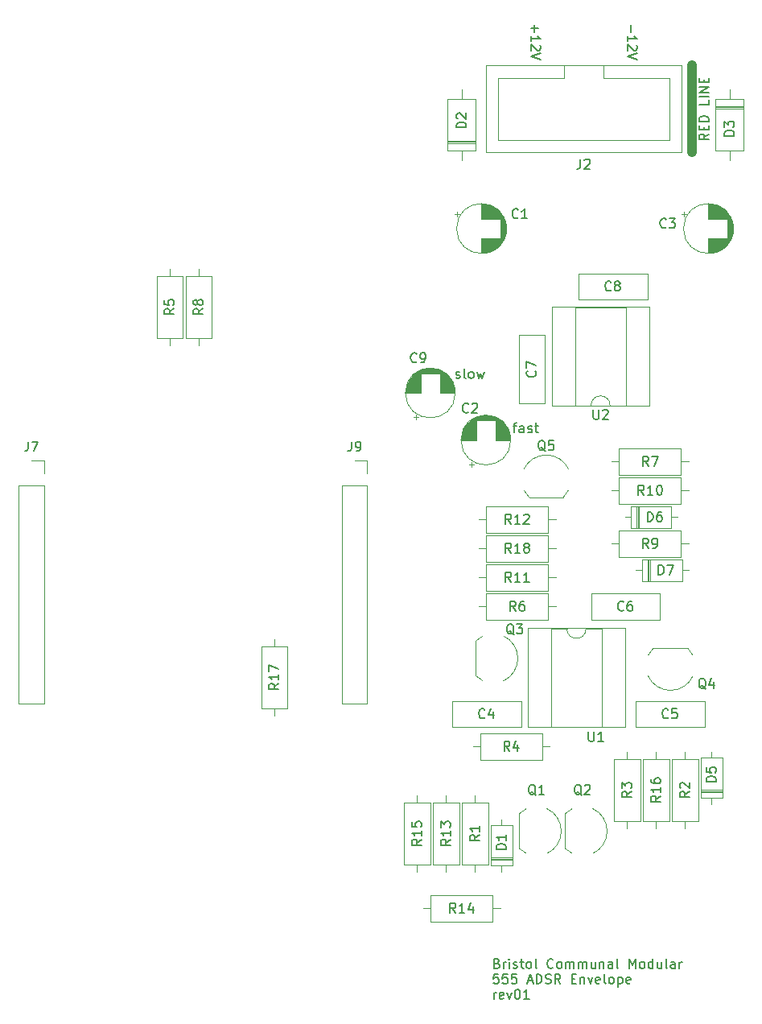
<source format=gto>
%TF.GenerationSoftware,KiCad,Pcbnew,8.0.3*%
%TF.CreationDate,2024-07-07T15:42:06+01:00*%
%TF.ProjectId,555-adsr,3535352d-6164-4737-922e-6b696361645f,rev01*%
%TF.SameCoordinates,Original*%
%TF.FileFunction,Legend,Top*%
%TF.FilePolarity,Positive*%
%FSLAX46Y46*%
G04 Gerber Fmt 4.6, Leading zero omitted, Abs format (unit mm)*
G04 Created by KiCad (PCBNEW 8.0.3) date 2024-07-07 15:42:06*
%MOMM*%
%LPD*%
G01*
G04 APERTURE LIST*
%ADD10C,0.150000*%
%ADD11C,0.120000*%
%ADD12C,1.000000*%
G04 APERTURE END LIST*
D10*
X117002112Y-149542121D02*
X117144969Y-149589740D01*
X117144969Y-149589740D02*
X117192588Y-149637359D01*
X117192588Y-149637359D02*
X117240207Y-149732597D01*
X117240207Y-149732597D02*
X117240207Y-149875454D01*
X117240207Y-149875454D02*
X117192588Y-149970692D01*
X117192588Y-149970692D02*
X117144969Y-150018312D01*
X117144969Y-150018312D02*
X117049731Y-150065931D01*
X117049731Y-150065931D02*
X116668779Y-150065931D01*
X116668779Y-150065931D02*
X116668779Y-149065931D01*
X116668779Y-149065931D02*
X117002112Y-149065931D01*
X117002112Y-149065931D02*
X117097350Y-149113550D01*
X117097350Y-149113550D02*
X117144969Y-149161169D01*
X117144969Y-149161169D02*
X117192588Y-149256407D01*
X117192588Y-149256407D02*
X117192588Y-149351645D01*
X117192588Y-149351645D02*
X117144969Y-149446883D01*
X117144969Y-149446883D02*
X117097350Y-149494502D01*
X117097350Y-149494502D02*
X117002112Y-149542121D01*
X117002112Y-149542121D02*
X116668779Y-149542121D01*
X117668779Y-150065931D02*
X117668779Y-149399264D01*
X117668779Y-149589740D02*
X117716398Y-149494502D01*
X117716398Y-149494502D02*
X117764017Y-149446883D01*
X117764017Y-149446883D02*
X117859255Y-149399264D01*
X117859255Y-149399264D02*
X117954493Y-149399264D01*
X118287827Y-150065931D02*
X118287827Y-149399264D01*
X118287827Y-149065931D02*
X118240208Y-149113550D01*
X118240208Y-149113550D02*
X118287827Y-149161169D01*
X118287827Y-149161169D02*
X118335446Y-149113550D01*
X118335446Y-149113550D02*
X118287827Y-149065931D01*
X118287827Y-149065931D02*
X118287827Y-149161169D01*
X118716398Y-150018312D02*
X118811636Y-150065931D01*
X118811636Y-150065931D02*
X119002112Y-150065931D01*
X119002112Y-150065931D02*
X119097350Y-150018312D01*
X119097350Y-150018312D02*
X119144969Y-149923073D01*
X119144969Y-149923073D02*
X119144969Y-149875454D01*
X119144969Y-149875454D02*
X119097350Y-149780216D01*
X119097350Y-149780216D02*
X119002112Y-149732597D01*
X119002112Y-149732597D02*
X118859255Y-149732597D01*
X118859255Y-149732597D02*
X118764017Y-149684978D01*
X118764017Y-149684978D02*
X118716398Y-149589740D01*
X118716398Y-149589740D02*
X118716398Y-149542121D01*
X118716398Y-149542121D02*
X118764017Y-149446883D01*
X118764017Y-149446883D02*
X118859255Y-149399264D01*
X118859255Y-149399264D02*
X119002112Y-149399264D01*
X119002112Y-149399264D02*
X119097350Y-149446883D01*
X119430684Y-149399264D02*
X119811636Y-149399264D01*
X119573541Y-149065931D02*
X119573541Y-149923073D01*
X119573541Y-149923073D02*
X119621160Y-150018312D01*
X119621160Y-150018312D02*
X119716398Y-150065931D01*
X119716398Y-150065931D02*
X119811636Y-150065931D01*
X120287827Y-150065931D02*
X120192589Y-150018312D01*
X120192589Y-150018312D02*
X120144970Y-149970692D01*
X120144970Y-149970692D02*
X120097351Y-149875454D01*
X120097351Y-149875454D02*
X120097351Y-149589740D01*
X120097351Y-149589740D02*
X120144970Y-149494502D01*
X120144970Y-149494502D02*
X120192589Y-149446883D01*
X120192589Y-149446883D02*
X120287827Y-149399264D01*
X120287827Y-149399264D02*
X120430684Y-149399264D01*
X120430684Y-149399264D02*
X120525922Y-149446883D01*
X120525922Y-149446883D02*
X120573541Y-149494502D01*
X120573541Y-149494502D02*
X120621160Y-149589740D01*
X120621160Y-149589740D02*
X120621160Y-149875454D01*
X120621160Y-149875454D02*
X120573541Y-149970692D01*
X120573541Y-149970692D02*
X120525922Y-150018312D01*
X120525922Y-150018312D02*
X120430684Y-150065931D01*
X120430684Y-150065931D02*
X120287827Y-150065931D01*
X121192589Y-150065931D02*
X121097351Y-150018312D01*
X121097351Y-150018312D02*
X121049732Y-149923073D01*
X121049732Y-149923073D02*
X121049732Y-149065931D01*
X122906875Y-149970692D02*
X122859256Y-150018312D01*
X122859256Y-150018312D02*
X122716399Y-150065931D01*
X122716399Y-150065931D02*
X122621161Y-150065931D01*
X122621161Y-150065931D02*
X122478304Y-150018312D01*
X122478304Y-150018312D02*
X122383066Y-149923073D01*
X122383066Y-149923073D02*
X122335447Y-149827835D01*
X122335447Y-149827835D02*
X122287828Y-149637359D01*
X122287828Y-149637359D02*
X122287828Y-149494502D01*
X122287828Y-149494502D02*
X122335447Y-149304026D01*
X122335447Y-149304026D02*
X122383066Y-149208788D01*
X122383066Y-149208788D02*
X122478304Y-149113550D01*
X122478304Y-149113550D02*
X122621161Y-149065931D01*
X122621161Y-149065931D02*
X122716399Y-149065931D01*
X122716399Y-149065931D02*
X122859256Y-149113550D01*
X122859256Y-149113550D02*
X122906875Y-149161169D01*
X123478304Y-150065931D02*
X123383066Y-150018312D01*
X123383066Y-150018312D02*
X123335447Y-149970692D01*
X123335447Y-149970692D02*
X123287828Y-149875454D01*
X123287828Y-149875454D02*
X123287828Y-149589740D01*
X123287828Y-149589740D02*
X123335447Y-149494502D01*
X123335447Y-149494502D02*
X123383066Y-149446883D01*
X123383066Y-149446883D02*
X123478304Y-149399264D01*
X123478304Y-149399264D02*
X123621161Y-149399264D01*
X123621161Y-149399264D02*
X123716399Y-149446883D01*
X123716399Y-149446883D02*
X123764018Y-149494502D01*
X123764018Y-149494502D02*
X123811637Y-149589740D01*
X123811637Y-149589740D02*
X123811637Y-149875454D01*
X123811637Y-149875454D02*
X123764018Y-149970692D01*
X123764018Y-149970692D02*
X123716399Y-150018312D01*
X123716399Y-150018312D02*
X123621161Y-150065931D01*
X123621161Y-150065931D02*
X123478304Y-150065931D01*
X124240209Y-150065931D02*
X124240209Y-149399264D01*
X124240209Y-149494502D02*
X124287828Y-149446883D01*
X124287828Y-149446883D02*
X124383066Y-149399264D01*
X124383066Y-149399264D02*
X124525923Y-149399264D01*
X124525923Y-149399264D02*
X124621161Y-149446883D01*
X124621161Y-149446883D02*
X124668780Y-149542121D01*
X124668780Y-149542121D02*
X124668780Y-150065931D01*
X124668780Y-149542121D02*
X124716399Y-149446883D01*
X124716399Y-149446883D02*
X124811637Y-149399264D01*
X124811637Y-149399264D02*
X124954494Y-149399264D01*
X124954494Y-149399264D02*
X125049733Y-149446883D01*
X125049733Y-149446883D02*
X125097352Y-149542121D01*
X125097352Y-149542121D02*
X125097352Y-150065931D01*
X125573542Y-150065931D02*
X125573542Y-149399264D01*
X125573542Y-149494502D02*
X125621161Y-149446883D01*
X125621161Y-149446883D02*
X125716399Y-149399264D01*
X125716399Y-149399264D02*
X125859256Y-149399264D01*
X125859256Y-149399264D02*
X125954494Y-149446883D01*
X125954494Y-149446883D02*
X126002113Y-149542121D01*
X126002113Y-149542121D02*
X126002113Y-150065931D01*
X126002113Y-149542121D02*
X126049732Y-149446883D01*
X126049732Y-149446883D02*
X126144970Y-149399264D01*
X126144970Y-149399264D02*
X126287827Y-149399264D01*
X126287827Y-149399264D02*
X126383066Y-149446883D01*
X126383066Y-149446883D02*
X126430685Y-149542121D01*
X126430685Y-149542121D02*
X126430685Y-150065931D01*
X127335446Y-149399264D02*
X127335446Y-150065931D01*
X126906875Y-149399264D02*
X126906875Y-149923073D01*
X126906875Y-149923073D02*
X126954494Y-150018312D01*
X126954494Y-150018312D02*
X127049732Y-150065931D01*
X127049732Y-150065931D02*
X127192589Y-150065931D01*
X127192589Y-150065931D02*
X127287827Y-150018312D01*
X127287827Y-150018312D02*
X127335446Y-149970692D01*
X127811637Y-149399264D02*
X127811637Y-150065931D01*
X127811637Y-149494502D02*
X127859256Y-149446883D01*
X127859256Y-149446883D02*
X127954494Y-149399264D01*
X127954494Y-149399264D02*
X128097351Y-149399264D01*
X128097351Y-149399264D02*
X128192589Y-149446883D01*
X128192589Y-149446883D02*
X128240208Y-149542121D01*
X128240208Y-149542121D02*
X128240208Y-150065931D01*
X129144970Y-150065931D02*
X129144970Y-149542121D01*
X129144970Y-149542121D02*
X129097351Y-149446883D01*
X129097351Y-149446883D02*
X129002113Y-149399264D01*
X129002113Y-149399264D02*
X128811637Y-149399264D01*
X128811637Y-149399264D02*
X128716399Y-149446883D01*
X129144970Y-150018312D02*
X129049732Y-150065931D01*
X129049732Y-150065931D02*
X128811637Y-150065931D01*
X128811637Y-150065931D02*
X128716399Y-150018312D01*
X128716399Y-150018312D02*
X128668780Y-149923073D01*
X128668780Y-149923073D02*
X128668780Y-149827835D01*
X128668780Y-149827835D02*
X128716399Y-149732597D01*
X128716399Y-149732597D02*
X128811637Y-149684978D01*
X128811637Y-149684978D02*
X129049732Y-149684978D01*
X129049732Y-149684978D02*
X129144970Y-149637359D01*
X129764018Y-150065931D02*
X129668780Y-150018312D01*
X129668780Y-150018312D02*
X129621161Y-149923073D01*
X129621161Y-149923073D02*
X129621161Y-149065931D01*
X130906876Y-150065931D02*
X130906876Y-149065931D01*
X130906876Y-149065931D02*
X131240209Y-149780216D01*
X131240209Y-149780216D02*
X131573542Y-149065931D01*
X131573542Y-149065931D02*
X131573542Y-150065931D01*
X132192590Y-150065931D02*
X132097352Y-150018312D01*
X132097352Y-150018312D02*
X132049733Y-149970692D01*
X132049733Y-149970692D02*
X132002114Y-149875454D01*
X132002114Y-149875454D02*
X132002114Y-149589740D01*
X132002114Y-149589740D02*
X132049733Y-149494502D01*
X132049733Y-149494502D02*
X132097352Y-149446883D01*
X132097352Y-149446883D02*
X132192590Y-149399264D01*
X132192590Y-149399264D02*
X132335447Y-149399264D01*
X132335447Y-149399264D02*
X132430685Y-149446883D01*
X132430685Y-149446883D02*
X132478304Y-149494502D01*
X132478304Y-149494502D02*
X132525923Y-149589740D01*
X132525923Y-149589740D02*
X132525923Y-149875454D01*
X132525923Y-149875454D02*
X132478304Y-149970692D01*
X132478304Y-149970692D02*
X132430685Y-150018312D01*
X132430685Y-150018312D02*
X132335447Y-150065931D01*
X132335447Y-150065931D02*
X132192590Y-150065931D01*
X133383066Y-150065931D02*
X133383066Y-149065931D01*
X133383066Y-150018312D02*
X133287828Y-150065931D01*
X133287828Y-150065931D02*
X133097352Y-150065931D01*
X133097352Y-150065931D02*
X133002114Y-150018312D01*
X133002114Y-150018312D02*
X132954495Y-149970692D01*
X132954495Y-149970692D02*
X132906876Y-149875454D01*
X132906876Y-149875454D02*
X132906876Y-149589740D01*
X132906876Y-149589740D02*
X132954495Y-149494502D01*
X132954495Y-149494502D02*
X133002114Y-149446883D01*
X133002114Y-149446883D02*
X133097352Y-149399264D01*
X133097352Y-149399264D02*
X133287828Y-149399264D01*
X133287828Y-149399264D02*
X133383066Y-149446883D01*
X134287828Y-149399264D02*
X134287828Y-150065931D01*
X133859257Y-149399264D02*
X133859257Y-149923073D01*
X133859257Y-149923073D02*
X133906876Y-150018312D01*
X133906876Y-150018312D02*
X134002114Y-150065931D01*
X134002114Y-150065931D02*
X134144971Y-150065931D01*
X134144971Y-150065931D02*
X134240209Y-150018312D01*
X134240209Y-150018312D02*
X134287828Y-149970692D01*
X134906876Y-150065931D02*
X134811638Y-150018312D01*
X134811638Y-150018312D02*
X134764019Y-149923073D01*
X134764019Y-149923073D02*
X134764019Y-149065931D01*
X135716400Y-150065931D02*
X135716400Y-149542121D01*
X135716400Y-149542121D02*
X135668781Y-149446883D01*
X135668781Y-149446883D02*
X135573543Y-149399264D01*
X135573543Y-149399264D02*
X135383067Y-149399264D01*
X135383067Y-149399264D02*
X135287829Y-149446883D01*
X135716400Y-150018312D02*
X135621162Y-150065931D01*
X135621162Y-150065931D02*
X135383067Y-150065931D01*
X135383067Y-150065931D02*
X135287829Y-150018312D01*
X135287829Y-150018312D02*
X135240210Y-149923073D01*
X135240210Y-149923073D02*
X135240210Y-149827835D01*
X135240210Y-149827835D02*
X135287829Y-149732597D01*
X135287829Y-149732597D02*
X135383067Y-149684978D01*
X135383067Y-149684978D02*
X135621162Y-149684978D01*
X135621162Y-149684978D02*
X135716400Y-149637359D01*
X136192591Y-150065931D02*
X136192591Y-149399264D01*
X136192591Y-149589740D02*
X136240210Y-149494502D01*
X136240210Y-149494502D02*
X136287829Y-149446883D01*
X136287829Y-149446883D02*
X136383067Y-149399264D01*
X136383067Y-149399264D02*
X136478305Y-149399264D01*
X117144969Y-150675875D02*
X116668779Y-150675875D01*
X116668779Y-150675875D02*
X116621160Y-151152065D01*
X116621160Y-151152065D02*
X116668779Y-151104446D01*
X116668779Y-151104446D02*
X116764017Y-151056827D01*
X116764017Y-151056827D02*
X117002112Y-151056827D01*
X117002112Y-151056827D02*
X117097350Y-151104446D01*
X117097350Y-151104446D02*
X117144969Y-151152065D01*
X117144969Y-151152065D02*
X117192588Y-151247303D01*
X117192588Y-151247303D02*
X117192588Y-151485398D01*
X117192588Y-151485398D02*
X117144969Y-151580636D01*
X117144969Y-151580636D02*
X117097350Y-151628256D01*
X117097350Y-151628256D02*
X117002112Y-151675875D01*
X117002112Y-151675875D02*
X116764017Y-151675875D01*
X116764017Y-151675875D02*
X116668779Y-151628256D01*
X116668779Y-151628256D02*
X116621160Y-151580636D01*
X118097350Y-150675875D02*
X117621160Y-150675875D01*
X117621160Y-150675875D02*
X117573541Y-151152065D01*
X117573541Y-151152065D02*
X117621160Y-151104446D01*
X117621160Y-151104446D02*
X117716398Y-151056827D01*
X117716398Y-151056827D02*
X117954493Y-151056827D01*
X117954493Y-151056827D02*
X118049731Y-151104446D01*
X118049731Y-151104446D02*
X118097350Y-151152065D01*
X118097350Y-151152065D02*
X118144969Y-151247303D01*
X118144969Y-151247303D02*
X118144969Y-151485398D01*
X118144969Y-151485398D02*
X118097350Y-151580636D01*
X118097350Y-151580636D02*
X118049731Y-151628256D01*
X118049731Y-151628256D02*
X117954493Y-151675875D01*
X117954493Y-151675875D02*
X117716398Y-151675875D01*
X117716398Y-151675875D02*
X117621160Y-151628256D01*
X117621160Y-151628256D02*
X117573541Y-151580636D01*
X119049731Y-150675875D02*
X118573541Y-150675875D01*
X118573541Y-150675875D02*
X118525922Y-151152065D01*
X118525922Y-151152065D02*
X118573541Y-151104446D01*
X118573541Y-151104446D02*
X118668779Y-151056827D01*
X118668779Y-151056827D02*
X118906874Y-151056827D01*
X118906874Y-151056827D02*
X119002112Y-151104446D01*
X119002112Y-151104446D02*
X119049731Y-151152065D01*
X119049731Y-151152065D02*
X119097350Y-151247303D01*
X119097350Y-151247303D02*
X119097350Y-151485398D01*
X119097350Y-151485398D02*
X119049731Y-151580636D01*
X119049731Y-151580636D02*
X119002112Y-151628256D01*
X119002112Y-151628256D02*
X118906874Y-151675875D01*
X118906874Y-151675875D02*
X118668779Y-151675875D01*
X118668779Y-151675875D02*
X118573541Y-151628256D01*
X118573541Y-151628256D02*
X118525922Y-151580636D01*
X120240208Y-151390160D02*
X120716398Y-151390160D01*
X120144970Y-151675875D02*
X120478303Y-150675875D01*
X120478303Y-150675875D02*
X120811636Y-151675875D01*
X121144970Y-151675875D02*
X121144970Y-150675875D01*
X121144970Y-150675875D02*
X121383065Y-150675875D01*
X121383065Y-150675875D02*
X121525922Y-150723494D01*
X121525922Y-150723494D02*
X121621160Y-150818732D01*
X121621160Y-150818732D02*
X121668779Y-150913970D01*
X121668779Y-150913970D02*
X121716398Y-151104446D01*
X121716398Y-151104446D02*
X121716398Y-151247303D01*
X121716398Y-151247303D02*
X121668779Y-151437779D01*
X121668779Y-151437779D02*
X121621160Y-151533017D01*
X121621160Y-151533017D02*
X121525922Y-151628256D01*
X121525922Y-151628256D02*
X121383065Y-151675875D01*
X121383065Y-151675875D02*
X121144970Y-151675875D01*
X122097351Y-151628256D02*
X122240208Y-151675875D01*
X122240208Y-151675875D02*
X122478303Y-151675875D01*
X122478303Y-151675875D02*
X122573541Y-151628256D01*
X122573541Y-151628256D02*
X122621160Y-151580636D01*
X122621160Y-151580636D02*
X122668779Y-151485398D01*
X122668779Y-151485398D02*
X122668779Y-151390160D01*
X122668779Y-151390160D02*
X122621160Y-151294922D01*
X122621160Y-151294922D02*
X122573541Y-151247303D01*
X122573541Y-151247303D02*
X122478303Y-151199684D01*
X122478303Y-151199684D02*
X122287827Y-151152065D01*
X122287827Y-151152065D02*
X122192589Y-151104446D01*
X122192589Y-151104446D02*
X122144970Y-151056827D01*
X122144970Y-151056827D02*
X122097351Y-150961589D01*
X122097351Y-150961589D02*
X122097351Y-150866351D01*
X122097351Y-150866351D02*
X122144970Y-150771113D01*
X122144970Y-150771113D02*
X122192589Y-150723494D01*
X122192589Y-150723494D02*
X122287827Y-150675875D01*
X122287827Y-150675875D02*
X122525922Y-150675875D01*
X122525922Y-150675875D02*
X122668779Y-150723494D01*
X123668779Y-151675875D02*
X123335446Y-151199684D01*
X123097351Y-151675875D02*
X123097351Y-150675875D01*
X123097351Y-150675875D02*
X123478303Y-150675875D01*
X123478303Y-150675875D02*
X123573541Y-150723494D01*
X123573541Y-150723494D02*
X123621160Y-150771113D01*
X123621160Y-150771113D02*
X123668779Y-150866351D01*
X123668779Y-150866351D02*
X123668779Y-151009208D01*
X123668779Y-151009208D02*
X123621160Y-151104446D01*
X123621160Y-151104446D02*
X123573541Y-151152065D01*
X123573541Y-151152065D02*
X123478303Y-151199684D01*
X123478303Y-151199684D02*
X123097351Y-151199684D01*
X124859256Y-151152065D02*
X125192589Y-151152065D01*
X125335446Y-151675875D02*
X124859256Y-151675875D01*
X124859256Y-151675875D02*
X124859256Y-150675875D01*
X124859256Y-150675875D02*
X125335446Y-150675875D01*
X125764018Y-151009208D02*
X125764018Y-151675875D01*
X125764018Y-151104446D02*
X125811637Y-151056827D01*
X125811637Y-151056827D02*
X125906875Y-151009208D01*
X125906875Y-151009208D02*
X126049732Y-151009208D01*
X126049732Y-151009208D02*
X126144970Y-151056827D01*
X126144970Y-151056827D02*
X126192589Y-151152065D01*
X126192589Y-151152065D02*
X126192589Y-151675875D01*
X126573542Y-151009208D02*
X126811637Y-151675875D01*
X126811637Y-151675875D02*
X127049732Y-151009208D01*
X127811637Y-151628256D02*
X127716399Y-151675875D01*
X127716399Y-151675875D02*
X127525923Y-151675875D01*
X127525923Y-151675875D02*
X127430685Y-151628256D01*
X127430685Y-151628256D02*
X127383066Y-151533017D01*
X127383066Y-151533017D02*
X127383066Y-151152065D01*
X127383066Y-151152065D02*
X127430685Y-151056827D01*
X127430685Y-151056827D02*
X127525923Y-151009208D01*
X127525923Y-151009208D02*
X127716399Y-151009208D01*
X127716399Y-151009208D02*
X127811637Y-151056827D01*
X127811637Y-151056827D02*
X127859256Y-151152065D01*
X127859256Y-151152065D02*
X127859256Y-151247303D01*
X127859256Y-151247303D02*
X127383066Y-151342541D01*
X128430685Y-151675875D02*
X128335447Y-151628256D01*
X128335447Y-151628256D02*
X128287828Y-151533017D01*
X128287828Y-151533017D02*
X128287828Y-150675875D01*
X128954495Y-151675875D02*
X128859257Y-151628256D01*
X128859257Y-151628256D02*
X128811638Y-151580636D01*
X128811638Y-151580636D02*
X128764019Y-151485398D01*
X128764019Y-151485398D02*
X128764019Y-151199684D01*
X128764019Y-151199684D02*
X128811638Y-151104446D01*
X128811638Y-151104446D02*
X128859257Y-151056827D01*
X128859257Y-151056827D02*
X128954495Y-151009208D01*
X128954495Y-151009208D02*
X129097352Y-151009208D01*
X129097352Y-151009208D02*
X129192590Y-151056827D01*
X129192590Y-151056827D02*
X129240209Y-151104446D01*
X129240209Y-151104446D02*
X129287828Y-151199684D01*
X129287828Y-151199684D02*
X129287828Y-151485398D01*
X129287828Y-151485398D02*
X129240209Y-151580636D01*
X129240209Y-151580636D02*
X129192590Y-151628256D01*
X129192590Y-151628256D02*
X129097352Y-151675875D01*
X129097352Y-151675875D02*
X128954495Y-151675875D01*
X129716400Y-151009208D02*
X129716400Y-152009208D01*
X129716400Y-151056827D02*
X129811638Y-151009208D01*
X129811638Y-151009208D02*
X130002114Y-151009208D01*
X130002114Y-151009208D02*
X130097352Y-151056827D01*
X130097352Y-151056827D02*
X130144971Y-151104446D01*
X130144971Y-151104446D02*
X130192590Y-151199684D01*
X130192590Y-151199684D02*
X130192590Y-151485398D01*
X130192590Y-151485398D02*
X130144971Y-151580636D01*
X130144971Y-151580636D02*
X130097352Y-151628256D01*
X130097352Y-151628256D02*
X130002114Y-151675875D01*
X130002114Y-151675875D02*
X129811638Y-151675875D01*
X129811638Y-151675875D02*
X129716400Y-151628256D01*
X131002114Y-151628256D02*
X130906876Y-151675875D01*
X130906876Y-151675875D02*
X130716400Y-151675875D01*
X130716400Y-151675875D02*
X130621162Y-151628256D01*
X130621162Y-151628256D02*
X130573543Y-151533017D01*
X130573543Y-151533017D02*
X130573543Y-151152065D01*
X130573543Y-151152065D02*
X130621162Y-151056827D01*
X130621162Y-151056827D02*
X130716400Y-151009208D01*
X130716400Y-151009208D02*
X130906876Y-151009208D01*
X130906876Y-151009208D02*
X131002114Y-151056827D01*
X131002114Y-151056827D02*
X131049733Y-151152065D01*
X131049733Y-151152065D02*
X131049733Y-151247303D01*
X131049733Y-151247303D02*
X130573543Y-151342541D01*
X116668779Y-153285819D02*
X116668779Y-152619152D01*
X116668779Y-152809628D02*
X116716398Y-152714390D01*
X116716398Y-152714390D02*
X116764017Y-152666771D01*
X116764017Y-152666771D02*
X116859255Y-152619152D01*
X116859255Y-152619152D02*
X116954493Y-152619152D01*
X117668779Y-153238200D02*
X117573541Y-153285819D01*
X117573541Y-153285819D02*
X117383065Y-153285819D01*
X117383065Y-153285819D02*
X117287827Y-153238200D01*
X117287827Y-153238200D02*
X117240208Y-153142961D01*
X117240208Y-153142961D02*
X117240208Y-152762009D01*
X117240208Y-152762009D02*
X117287827Y-152666771D01*
X117287827Y-152666771D02*
X117383065Y-152619152D01*
X117383065Y-152619152D02*
X117573541Y-152619152D01*
X117573541Y-152619152D02*
X117668779Y-152666771D01*
X117668779Y-152666771D02*
X117716398Y-152762009D01*
X117716398Y-152762009D02*
X117716398Y-152857247D01*
X117716398Y-152857247D02*
X117240208Y-152952485D01*
X118049732Y-152619152D02*
X118287827Y-153285819D01*
X118287827Y-153285819D02*
X118525922Y-152619152D01*
X119097351Y-152285819D02*
X119192589Y-152285819D01*
X119192589Y-152285819D02*
X119287827Y-152333438D01*
X119287827Y-152333438D02*
X119335446Y-152381057D01*
X119335446Y-152381057D02*
X119383065Y-152476295D01*
X119383065Y-152476295D02*
X119430684Y-152666771D01*
X119430684Y-152666771D02*
X119430684Y-152904866D01*
X119430684Y-152904866D02*
X119383065Y-153095342D01*
X119383065Y-153095342D02*
X119335446Y-153190580D01*
X119335446Y-153190580D02*
X119287827Y-153238200D01*
X119287827Y-153238200D02*
X119192589Y-153285819D01*
X119192589Y-153285819D02*
X119097351Y-153285819D01*
X119097351Y-153285819D02*
X119002113Y-153238200D01*
X119002113Y-153238200D02*
X118954494Y-153190580D01*
X118954494Y-153190580D02*
X118906875Y-153095342D01*
X118906875Y-153095342D02*
X118859256Y-152904866D01*
X118859256Y-152904866D02*
X118859256Y-152666771D01*
X118859256Y-152666771D02*
X118906875Y-152476295D01*
X118906875Y-152476295D02*
X118954494Y-152381057D01*
X118954494Y-152381057D02*
X119002113Y-152333438D01*
X119002113Y-152333438D02*
X119097351Y-152285819D01*
X120383065Y-153285819D02*
X119811637Y-153285819D01*
X120097351Y-153285819D02*
X120097351Y-152285819D01*
X120097351Y-152285819D02*
X120002113Y-152428676D01*
X120002113Y-152428676D02*
X119906875Y-152523914D01*
X119906875Y-152523914D02*
X119811637Y-152571533D01*
X112684160Y-87960200D02*
X112779398Y-88007819D01*
X112779398Y-88007819D02*
X112969874Y-88007819D01*
X112969874Y-88007819D02*
X113065112Y-87960200D01*
X113065112Y-87960200D02*
X113112731Y-87864961D01*
X113112731Y-87864961D02*
X113112731Y-87817342D01*
X113112731Y-87817342D02*
X113065112Y-87722104D01*
X113065112Y-87722104D02*
X112969874Y-87674485D01*
X112969874Y-87674485D02*
X112827017Y-87674485D01*
X112827017Y-87674485D02*
X112731779Y-87626866D01*
X112731779Y-87626866D02*
X112684160Y-87531628D01*
X112684160Y-87531628D02*
X112684160Y-87484009D01*
X112684160Y-87484009D02*
X112731779Y-87388771D01*
X112731779Y-87388771D02*
X112827017Y-87341152D01*
X112827017Y-87341152D02*
X112969874Y-87341152D01*
X112969874Y-87341152D02*
X113065112Y-87388771D01*
X113684160Y-88007819D02*
X113588922Y-87960200D01*
X113588922Y-87960200D02*
X113541303Y-87864961D01*
X113541303Y-87864961D02*
X113541303Y-87007819D01*
X114207970Y-88007819D02*
X114112732Y-87960200D01*
X114112732Y-87960200D02*
X114065113Y-87912580D01*
X114065113Y-87912580D02*
X114017494Y-87817342D01*
X114017494Y-87817342D02*
X114017494Y-87531628D01*
X114017494Y-87531628D02*
X114065113Y-87436390D01*
X114065113Y-87436390D02*
X114112732Y-87388771D01*
X114112732Y-87388771D02*
X114207970Y-87341152D01*
X114207970Y-87341152D02*
X114350827Y-87341152D01*
X114350827Y-87341152D02*
X114446065Y-87388771D01*
X114446065Y-87388771D02*
X114493684Y-87436390D01*
X114493684Y-87436390D02*
X114541303Y-87531628D01*
X114541303Y-87531628D02*
X114541303Y-87817342D01*
X114541303Y-87817342D02*
X114493684Y-87912580D01*
X114493684Y-87912580D02*
X114446065Y-87960200D01*
X114446065Y-87960200D02*
X114350827Y-88007819D01*
X114350827Y-88007819D02*
X114207970Y-88007819D01*
X114874637Y-87341152D02*
X115065113Y-88007819D01*
X115065113Y-88007819D02*
X115255589Y-87531628D01*
X115255589Y-87531628D02*
X115446065Y-88007819D01*
X115446065Y-88007819D02*
X115636541Y-87341152D01*
X118684922Y-93056152D02*
X119065874Y-93056152D01*
X118827779Y-93722819D02*
X118827779Y-92865676D01*
X118827779Y-92865676D02*
X118875398Y-92770438D01*
X118875398Y-92770438D02*
X118970636Y-92722819D01*
X118970636Y-92722819D02*
X119065874Y-92722819D01*
X119827779Y-93722819D02*
X119827779Y-93199009D01*
X119827779Y-93199009D02*
X119780160Y-93103771D01*
X119780160Y-93103771D02*
X119684922Y-93056152D01*
X119684922Y-93056152D02*
X119494446Y-93056152D01*
X119494446Y-93056152D02*
X119399208Y-93103771D01*
X119827779Y-93675200D02*
X119732541Y-93722819D01*
X119732541Y-93722819D02*
X119494446Y-93722819D01*
X119494446Y-93722819D02*
X119399208Y-93675200D01*
X119399208Y-93675200D02*
X119351589Y-93579961D01*
X119351589Y-93579961D02*
X119351589Y-93484723D01*
X119351589Y-93484723D02*
X119399208Y-93389485D01*
X119399208Y-93389485D02*
X119494446Y-93341866D01*
X119494446Y-93341866D02*
X119732541Y-93341866D01*
X119732541Y-93341866D02*
X119827779Y-93294247D01*
X120256351Y-93675200D02*
X120351589Y-93722819D01*
X120351589Y-93722819D02*
X120542065Y-93722819D01*
X120542065Y-93722819D02*
X120637303Y-93675200D01*
X120637303Y-93675200D02*
X120684922Y-93579961D01*
X120684922Y-93579961D02*
X120684922Y-93532342D01*
X120684922Y-93532342D02*
X120637303Y-93437104D01*
X120637303Y-93437104D02*
X120542065Y-93389485D01*
X120542065Y-93389485D02*
X120399208Y-93389485D01*
X120399208Y-93389485D02*
X120303970Y-93341866D01*
X120303970Y-93341866D02*
X120256351Y-93246628D01*
X120256351Y-93246628D02*
X120256351Y-93199009D01*
X120256351Y-93199009D02*
X120303970Y-93103771D01*
X120303970Y-93103771D02*
X120399208Y-93056152D01*
X120399208Y-93056152D02*
X120542065Y-93056152D01*
X120542065Y-93056152D02*
X120637303Y-93103771D01*
X120970637Y-93056152D02*
X121351589Y-93056152D01*
X121113494Y-92722819D02*
X121113494Y-93579961D01*
X121113494Y-93579961D02*
X121161113Y-93675200D01*
X121161113Y-93675200D02*
X121256351Y-93722819D01*
X121256351Y-93722819D02*
X121351589Y-93722819D01*
X133983505Y-108658819D02*
X133983505Y-107658819D01*
X133983505Y-107658819D02*
X134221600Y-107658819D01*
X134221600Y-107658819D02*
X134364457Y-107706438D01*
X134364457Y-107706438D02*
X134459695Y-107801676D01*
X134459695Y-107801676D02*
X134507314Y-107896914D01*
X134507314Y-107896914D02*
X134554933Y-108087390D01*
X134554933Y-108087390D02*
X134554933Y-108230247D01*
X134554933Y-108230247D02*
X134507314Y-108420723D01*
X134507314Y-108420723D02*
X134459695Y-108515961D01*
X134459695Y-108515961D02*
X134364457Y-108611200D01*
X134364457Y-108611200D02*
X134221600Y-108658819D01*
X134221600Y-108658819D02*
X133983505Y-108658819D01*
X134888267Y-107658819D02*
X135554933Y-107658819D01*
X135554933Y-107658819D02*
X135126362Y-108658819D01*
X128992333Y-78718580D02*
X128944714Y-78766200D01*
X128944714Y-78766200D02*
X128801857Y-78813819D01*
X128801857Y-78813819D02*
X128706619Y-78813819D01*
X128706619Y-78813819D02*
X128563762Y-78766200D01*
X128563762Y-78766200D02*
X128468524Y-78670961D01*
X128468524Y-78670961D02*
X128420905Y-78575723D01*
X128420905Y-78575723D02*
X128373286Y-78385247D01*
X128373286Y-78385247D02*
X128373286Y-78242390D01*
X128373286Y-78242390D02*
X128420905Y-78051914D01*
X128420905Y-78051914D02*
X128468524Y-77956676D01*
X128468524Y-77956676D02*
X128563762Y-77861438D01*
X128563762Y-77861438D02*
X128706619Y-77813819D01*
X128706619Y-77813819D02*
X128801857Y-77813819D01*
X128801857Y-77813819D02*
X128944714Y-77861438D01*
X128944714Y-77861438D02*
X128992333Y-77909057D01*
X129563762Y-78242390D02*
X129468524Y-78194771D01*
X129468524Y-78194771D02*
X129420905Y-78147152D01*
X129420905Y-78147152D02*
X129373286Y-78051914D01*
X129373286Y-78051914D02*
X129373286Y-78004295D01*
X129373286Y-78004295D02*
X129420905Y-77909057D01*
X129420905Y-77909057D02*
X129468524Y-77861438D01*
X129468524Y-77861438D02*
X129563762Y-77813819D01*
X129563762Y-77813819D02*
X129754238Y-77813819D01*
X129754238Y-77813819D02*
X129849476Y-77861438D01*
X129849476Y-77861438D02*
X129897095Y-77909057D01*
X129897095Y-77909057D02*
X129944714Y-78004295D01*
X129944714Y-78004295D02*
X129944714Y-78051914D01*
X129944714Y-78051914D02*
X129897095Y-78147152D01*
X129897095Y-78147152D02*
X129849476Y-78194771D01*
X129849476Y-78194771D02*
X129754238Y-78242390D01*
X129754238Y-78242390D02*
X129563762Y-78242390D01*
X129563762Y-78242390D02*
X129468524Y-78290009D01*
X129468524Y-78290009D02*
X129420905Y-78337628D01*
X129420905Y-78337628D02*
X129373286Y-78432866D01*
X129373286Y-78432866D02*
X129373286Y-78623342D01*
X129373286Y-78623342D02*
X129420905Y-78718580D01*
X129420905Y-78718580D02*
X129468524Y-78766200D01*
X129468524Y-78766200D02*
X129563762Y-78813819D01*
X129563762Y-78813819D02*
X129754238Y-78813819D01*
X129754238Y-78813819D02*
X129849476Y-78766200D01*
X129849476Y-78766200D02*
X129897095Y-78718580D01*
X129897095Y-78718580D02*
X129944714Y-78623342D01*
X129944714Y-78623342D02*
X129944714Y-78432866D01*
X129944714Y-78432866D02*
X129897095Y-78337628D01*
X129897095Y-78337628D02*
X129849476Y-78290009D01*
X129849476Y-78290009D02*
X129754238Y-78242390D01*
X119213333Y-71098580D02*
X119165714Y-71146200D01*
X119165714Y-71146200D02*
X119022857Y-71193819D01*
X119022857Y-71193819D02*
X118927619Y-71193819D01*
X118927619Y-71193819D02*
X118784762Y-71146200D01*
X118784762Y-71146200D02*
X118689524Y-71050961D01*
X118689524Y-71050961D02*
X118641905Y-70955723D01*
X118641905Y-70955723D02*
X118594286Y-70765247D01*
X118594286Y-70765247D02*
X118594286Y-70622390D01*
X118594286Y-70622390D02*
X118641905Y-70431914D01*
X118641905Y-70431914D02*
X118689524Y-70336676D01*
X118689524Y-70336676D02*
X118784762Y-70241438D01*
X118784762Y-70241438D02*
X118927619Y-70193819D01*
X118927619Y-70193819D02*
X119022857Y-70193819D01*
X119022857Y-70193819D02*
X119165714Y-70241438D01*
X119165714Y-70241438D02*
X119213333Y-70289057D01*
X120165714Y-71193819D02*
X119594286Y-71193819D01*
X119880000Y-71193819D02*
X119880000Y-70193819D01*
X119880000Y-70193819D02*
X119784762Y-70336676D01*
X119784762Y-70336676D02*
X119689524Y-70431914D01*
X119689524Y-70431914D02*
X119594286Y-70479533D01*
X67666666Y-94684819D02*
X67666666Y-95399104D01*
X67666666Y-95399104D02*
X67619047Y-95541961D01*
X67619047Y-95541961D02*
X67523809Y-95637200D01*
X67523809Y-95637200D02*
X67380952Y-95684819D01*
X67380952Y-95684819D02*
X67285714Y-95684819D01*
X68047619Y-94684819D02*
X68714285Y-94684819D01*
X68714285Y-94684819D02*
X68285714Y-95684819D01*
X113738819Y-61647294D02*
X112738819Y-61647294D01*
X112738819Y-61647294D02*
X112738819Y-61409199D01*
X112738819Y-61409199D02*
X112786438Y-61266342D01*
X112786438Y-61266342D02*
X112881676Y-61171104D01*
X112881676Y-61171104D02*
X112976914Y-61123485D01*
X112976914Y-61123485D02*
X113167390Y-61075866D01*
X113167390Y-61075866D02*
X113310247Y-61075866D01*
X113310247Y-61075866D02*
X113500723Y-61123485D01*
X113500723Y-61123485D02*
X113595961Y-61171104D01*
X113595961Y-61171104D02*
X113691200Y-61266342D01*
X113691200Y-61266342D02*
X113738819Y-61409199D01*
X113738819Y-61409199D02*
X113738819Y-61647294D01*
X112834057Y-60694913D02*
X112786438Y-60647294D01*
X112786438Y-60647294D02*
X112738819Y-60552056D01*
X112738819Y-60552056D02*
X112738819Y-60313961D01*
X112738819Y-60313961D02*
X112786438Y-60218723D01*
X112786438Y-60218723D02*
X112834057Y-60171104D01*
X112834057Y-60171104D02*
X112929295Y-60123485D01*
X112929295Y-60123485D02*
X113024533Y-60123485D01*
X113024533Y-60123485D02*
X113167390Y-60171104D01*
X113167390Y-60171104D02*
X113738819Y-60742532D01*
X113738819Y-60742532D02*
X113738819Y-60123485D01*
X134784221Y-72114580D02*
X134736602Y-72162200D01*
X134736602Y-72162200D02*
X134593745Y-72209819D01*
X134593745Y-72209819D02*
X134498507Y-72209819D01*
X134498507Y-72209819D02*
X134355650Y-72162200D01*
X134355650Y-72162200D02*
X134260412Y-72066961D01*
X134260412Y-72066961D02*
X134212793Y-71971723D01*
X134212793Y-71971723D02*
X134165174Y-71781247D01*
X134165174Y-71781247D02*
X134165174Y-71638390D01*
X134165174Y-71638390D02*
X134212793Y-71447914D01*
X134212793Y-71447914D02*
X134260412Y-71352676D01*
X134260412Y-71352676D02*
X134355650Y-71257438D01*
X134355650Y-71257438D02*
X134498507Y-71209819D01*
X134498507Y-71209819D02*
X134593745Y-71209819D01*
X134593745Y-71209819D02*
X134736602Y-71257438D01*
X134736602Y-71257438D02*
X134784221Y-71305057D01*
X135117555Y-71209819D02*
X135736602Y-71209819D01*
X135736602Y-71209819D02*
X135403269Y-71590771D01*
X135403269Y-71590771D02*
X135546126Y-71590771D01*
X135546126Y-71590771D02*
X135641364Y-71638390D01*
X135641364Y-71638390D02*
X135688983Y-71686009D01*
X135688983Y-71686009D02*
X135736602Y-71781247D01*
X135736602Y-71781247D02*
X135736602Y-72019342D01*
X135736602Y-72019342D02*
X135688983Y-72114580D01*
X135688983Y-72114580D02*
X135641364Y-72162200D01*
X135641364Y-72162200D02*
X135546126Y-72209819D01*
X135546126Y-72209819D02*
X135260412Y-72209819D01*
X135260412Y-72209819D02*
X135165174Y-72162200D01*
X135165174Y-72162200D02*
X135117555Y-72114580D01*
X83004819Y-80684666D02*
X82528628Y-81017999D01*
X83004819Y-81256094D02*
X82004819Y-81256094D01*
X82004819Y-81256094D02*
X82004819Y-80875142D01*
X82004819Y-80875142D02*
X82052438Y-80779904D01*
X82052438Y-80779904D02*
X82100057Y-80732285D01*
X82100057Y-80732285D02*
X82195295Y-80684666D01*
X82195295Y-80684666D02*
X82338152Y-80684666D01*
X82338152Y-80684666D02*
X82433390Y-80732285D01*
X82433390Y-80732285D02*
X82481009Y-80779904D01*
X82481009Y-80779904D02*
X82528628Y-80875142D01*
X82528628Y-80875142D02*
X82528628Y-81256094D01*
X82004819Y-79779904D02*
X82004819Y-80256094D01*
X82004819Y-80256094D02*
X82481009Y-80303713D01*
X82481009Y-80303713D02*
X82433390Y-80256094D01*
X82433390Y-80256094D02*
X82385771Y-80160856D01*
X82385771Y-80160856D02*
X82385771Y-79922761D01*
X82385771Y-79922761D02*
X82433390Y-79827523D01*
X82433390Y-79827523D02*
X82481009Y-79779904D01*
X82481009Y-79779904D02*
X82576247Y-79732285D01*
X82576247Y-79732285D02*
X82814342Y-79732285D01*
X82814342Y-79732285D02*
X82909580Y-79779904D01*
X82909580Y-79779904D02*
X82957200Y-79827523D01*
X82957200Y-79827523D02*
X83004819Y-79922761D01*
X83004819Y-79922761D02*
X83004819Y-80160856D01*
X83004819Y-80160856D02*
X82957200Y-80256094D01*
X82957200Y-80256094D02*
X82909580Y-80303713D01*
X101666666Y-94684819D02*
X101666666Y-95399104D01*
X101666666Y-95399104D02*
X101619047Y-95541961D01*
X101619047Y-95541961D02*
X101523809Y-95637200D01*
X101523809Y-95637200D02*
X101380952Y-95684819D01*
X101380952Y-95684819D02*
X101285714Y-95684819D01*
X102190476Y-95684819D02*
X102380952Y-95684819D01*
X102380952Y-95684819D02*
X102476190Y-95637200D01*
X102476190Y-95637200D02*
X102523809Y-95589580D01*
X102523809Y-95589580D02*
X102619047Y-95446723D01*
X102619047Y-95446723D02*
X102666666Y-95256247D01*
X102666666Y-95256247D02*
X102666666Y-94875295D01*
X102666666Y-94875295D02*
X102619047Y-94780057D01*
X102619047Y-94780057D02*
X102571428Y-94732438D01*
X102571428Y-94732438D02*
X102476190Y-94684819D01*
X102476190Y-94684819D02*
X102285714Y-94684819D01*
X102285714Y-94684819D02*
X102190476Y-94732438D01*
X102190476Y-94732438D02*
X102142857Y-94780057D01*
X102142857Y-94780057D02*
X102095238Y-94875295D01*
X102095238Y-94875295D02*
X102095238Y-95113390D01*
X102095238Y-95113390D02*
X102142857Y-95208628D01*
X102142857Y-95208628D02*
X102190476Y-95256247D01*
X102190476Y-95256247D02*
X102285714Y-95303866D01*
X102285714Y-95303866D02*
X102476190Y-95303866D01*
X102476190Y-95303866D02*
X102571428Y-95256247D01*
X102571428Y-95256247D02*
X102619047Y-95208628D01*
X102619047Y-95208628D02*
X102666666Y-95113390D01*
X121009580Y-87241666D02*
X121057200Y-87289285D01*
X121057200Y-87289285D02*
X121104819Y-87432142D01*
X121104819Y-87432142D02*
X121104819Y-87527380D01*
X121104819Y-87527380D02*
X121057200Y-87670237D01*
X121057200Y-87670237D02*
X120961961Y-87765475D01*
X120961961Y-87765475D02*
X120866723Y-87813094D01*
X120866723Y-87813094D02*
X120676247Y-87860713D01*
X120676247Y-87860713D02*
X120533390Y-87860713D01*
X120533390Y-87860713D02*
X120342914Y-87813094D01*
X120342914Y-87813094D02*
X120247676Y-87765475D01*
X120247676Y-87765475D02*
X120152438Y-87670237D01*
X120152438Y-87670237D02*
X120104819Y-87527380D01*
X120104819Y-87527380D02*
X120104819Y-87432142D01*
X120104819Y-87432142D02*
X120152438Y-87289285D01*
X120152438Y-87289285D02*
X120200057Y-87241666D01*
X120104819Y-86908332D02*
X120104819Y-86241666D01*
X120104819Y-86241666D02*
X121104819Y-86670237D01*
X117929819Y-137542494D02*
X116929819Y-137542494D01*
X116929819Y-137542494D02*
X116929819Y-137304399D01*
X116929819Y-137304399D02*
X116977438Y-137161542D01*
X116977438Y-137161542D02*
X117072676Y-137066304D01*
X117072676Y-137066304D02*
X117167914Y-137018685D01*
X117167914Y-137018685D02*
X117358390Y-136971066D01*
X117358390Y-136971066D02*
X117501247Y-136971066D01*
X117501247Y-136971066D02*
X117691723Y-137018685D01*
X117691723Y-137018685D02*
X117786961Y-137066304D01*
X117786961Y-137066304D02*
X117882200Y-137161542D01*
X117882200Y-137161542D02*
X117929819Y-137304399D01*
X117929819Y-137304399D02*
X117929819Y-137542494D01*
X117929819Y-136018685D02*
X117929819Y-136590113D01*
X117929819Y-136304399D02*
X116929819Y-136304399D01*
X116929819Y-136304399D02*
X117072676Y-136399637D01*
X117072676Y-136399637D02*
X117167914Y-136494875D01*
X117167914Y-136494875D02*
X117215533Y-136590113D01*
X126619095Y-125184819D02*
X126619095Y-125994342D01*
X126619095Y-125994342D02*
X126666714Y-126089580D01*
X126666714Y-126089580D02*
X126714333Y-126137200D01*
X126714333Y-126137200D02*
X126809571Y-126184819D01*
X126809571Y-126184819D02*
X127000047Y-126184819D01*
X127000047Y-126184819D02*
X127095285Y-126137200D01*
X127095285Y-126137200D02*
X127142904Y-126089580D01*
X127142904Y-126089580D02*
X127190523Y-125994342D01*
X127190523Y-125994342D02*
X127190523Y-125184819D01*
X128190523Y-126184819D02*
X127619095Y-126184819D01*
X127904809Y-126184819D02*
X127904809Y-125184819D01*
X127904809Y-125184819D02*
X127809571Y-125327676D01*
X127809571Y-125327676D02*
X127714333Y-125422914D01*
X127714333Y-125422914D02*
X127619095Y-125470533D01*
X118483142Y-109420819D02*
X118149809Y-108944628D01*
X117911714Y-109420819D02*
X117911714Y-108420819D01*
X117911714Y-108420819D02*
X118292666Y-108420819D01*
X118292666Y-108420819D02*
X118387904Y-108468438D01*
X118387904Y-108468438D02*
X118435523Y-108516057D01*
X118435523Y-108516057D02*
X118483142Y-108611295D01*
X118483142Y-108611295D02*
X118483142Y-108754152D01*
X118483142Y-108754152D02*
X118435523Y-108849390D01*
X118435523Y-108849390D02*
X118387904Y-108897009D01*
X118387904Y-108897009D02*
X118292666Y-108944628D01*
X118292666Y-108944628D02*
X117911714Y-108944628D01*
X119435523Y-109420819D02*
X118864095Y-109420819D01*
X119149809Y-109420819D02*
X119149809Y-108420819D01*
X119149809Y-108420819D02*
X119054571Y-108563676D01*
X119054571Y-108563676D02*
X118959333Y-108658914D01*
X118959333Y-108658914D02*
X118864095Y-108706533D01*
X120387904Y-109420819D02*
X119816476Y-109420819D01*
X120102190Y-109420819D02*
X120102190Y-108420819D01*
X120102190Y-108420819D02*
X120006952Y-108563676D01*
X120006952Y-108563676D02*
X119911714Y-108658914D01*
X119911714Y-108658914D02*
X119816476Y-108706533D01*
X125777666Y-64986819D02*
X125777666Y-65701104D01*
X125777666Y-65701104D02*
X125730047Y-65843961D01*
X125730047Y-65843961D02*
X125634809Y-65939200D01*
X125634809Y-65939200D02*
X125491952Y-65986819D01*
X125491952Y-65986819D02*
X125396714Y-65986819D01*
X126206238Y-65082057D02*
X126253857Y-65034438D01*
X126253857Y-65034438D02*
X126349095Y-64986819D01*
X126349095Y-64986819D02*
X126587190Y-64986819D01*
X126587190Y-64986819D02*
X126682428Y-65034438D01*
X126682428Y-65034438D02*
X126730047Y-65082057D01*
X126730047Y-65082057D02*
X126777666Y-65177295D01*
X126777666Y-65177295D02*
X126777666Y-65272533D01*
X126777666Y-65272533D02*
X126730047Y-65415390D01*
X126730047Y-65415390D02*
X126158619Y-65986819D01*
X126158619Y-65986819D02*
X126777666Y-65986819D01*
X131117133Y-50816095D02*
X131117133Y-51578000D01*
X130736180Y-52577999D02*
X130736180Y-52006571D01*
X130736180Y-52292285D02*
X131736180Y-52292285D01*
X131736180Y-52292285D02*
X131593323Y-52197047D01*
X131593323Y-52197047D02*
X131498085Y-52101809D01*
X131498085Y-52101809D02*
X131450466Y-52006571D01*
X131640942Y-52958952D02*
X131688561Y-53006571D01*
X131688561Y-53006571D02*
X131736180Y-53101809D01*
X131736180Y-53101809D02*
X131736180Y-53339904D01*
X131736180Y-53339904D02*
X131688561Y-53435142D01*
X131688561Y-53435142D02*
X131640942Y-53482761D01*
X131640942Y-53482761D02*
X131545704Y-53530380D01*
X131545704Y-53530380D02*
X131450466Y-53530380D01*
X131450466Y-53530380D02*
X131307609Y-53482761D01*
X131307609Y-53482761D02*
X130736180Y-52911333D01*
X130736180Y-52911333D02*
X130736180Y-53530380D01*
X131736180Y-53816095D02*
X130736180Y-54149428D01*
X130736180Y-54149428D02*
X131736180Y-54482761D01*
X120957133Y-50816095D02*
X120957133Y-51578000D01*
X120576180Y-51197047D02*
X121338085Y-51197047D01*
X120576180Y-52577999D02*
X120576180Y-52006571D01*
X120576180Y-52292285D02*
X121576180Y-52292285D01*
X121576180Y-52292285D02*
X121433323Y-52197047D01*
X121433323Y-52197047D02*
X121338085Y-52101809D01*
X121338085Y-52101809D02*
X121290466Y-52006571D01*
X121480942Y-52958952D02*
X121528561Y-53006571D01*
X121528561Y-53006571D02*
X121576180Y-53101809D01*
X121576180Y-53101809D02*
X121576180Y-53339904D01*
X121576180Y-53339904D02*
X121528561Y-53435142D01*
X121528561Y-53435142D02*
X121480942Y-53482761D01*
X121480942Y-53482761D02*
X121385704Y-53530380D01*
X121385704Y-53530380D02*
X121290466Y-53530380D01*
X121290466Y-53530380D02*
X121147609Y-53482761D01*
X121147609Y-53482761D02*
X120576180Y-52911333D01*
X120576180Y-52911333D02*
X120576180Y-53530380D01*
X121576180Y-53816095D02*
X120576180Y-54149428D01*
X120576180Y-54149428D02*
X121576180Y-54482761D01*
X139265819Y-62332857D02*
X138789628Y-62666190D01*
X139265819Y-62904285D02*
X138265819Y-62904285D01*
X138265819Y-62904285D02*
X138265819Y-62523333D01*
X138265819Y-62523333D02*
X138313438Y-62428095D01*
X138313438Y-62428095D02*
X138361057Y-62380476D01*
X138361057Y-62380476D02*
X138456295Y-62332857D01*
X138456295Y-62332857D02*
X138599152Y-62332857D01*
X138599152Y-62332857D02*
X138694390Y-62380476D01*
X138694390Y-62380476D02*
X138742009Y-62428095D01*
X138742009Y-62428095D02*
X138789628Y-62523333D01*
X138789628Y-62523333D02*
X138789628Y-62904285D01*
X138742009Y-61904285D02*
X138742009Y-61570952D01*
X139265819Y-61428095D02*
X139265819Y-61904285D01*
X139265819Y-61904285D02*
X138265819Y-61904285D01*
X138265819Y-61904285D02*
X138265819Y-61428095D01*
X139265819Y-60999523D02*
X138265819Y-60999523D01*
X138265819Y-60999523D02*
X138265819Y-60761428D01*
X138265819Y-60761428D02*
X138313438Y-60618571D01*
X138313438Y-60618571D02*
X138408676Y-60523333D01*
X138408676Y-60523333D02*
X138503914Y-60475714D01*
X138503914Y-60475714D02*
X138694390Y-60428095D01*
X138694390Y-60428095D02*
X138837247Y-60428095D01*
X138837247Y-60428095D02*
X139027723Y-60475714D01*
X139027723Y-60475714D02*
X139122961Y-60523333D01*
X139122961Y-60523333D02*
X139218200Y-60618571D01*
X139218200Y-60618571D02*
X139265819Y-60761428D01*
X139265819Y-60761428D02*
X139265819Y-60999523D01*
X139265819Y-58761428D02*
X139265819Y-59237618D01*
X139265819Y-59237618D02*
X138265819Y-59237618D01*
X139265819Y-58428094D02*
X138265819Y-58428094D01*
X139265819Y-57951904D02*
X138265819Y-57951904D01*
X138265819Y-57951904D02*
X139265819Y-57380476D01*
X139265819Y-57380476D02*
X138265819Y-57380476D01*
X138742009Y-56904285D02*
X138742009Y-56570952D01*
X139265819Y-56428095D02*
X139265819Y-56904285D01*
X139265819Y-56904285D02*
X138265819Y-56904285D01*
X138265819Y-56904285D02*
X138265819Y-56428095D01*
X138969761Y-120692057D02*
X138874523Y-120644438D01*
X138874523Y-120644438D02*
X138779285Y-120549200D01*
X138779285Y-120549200D02*
X138636428Y-120406342D01*
X138636428Y-120406342D02*
X138541190Y-120358723D01*
X138541190Y-120358723D02*
X138445952Y-120358723D01*
X138493571Y-120596819D02*
X138398333Y-120549200D01*
X138398333Y-120549200D02*
X138303095Y-120453961D01*
X138303095Y-120453961D02*
X138255476Y-120263485D01*
X138255476Y-120263485D02*
X138255476Y-119930152D01*
X138255476Y-119930152D02*
X138303095Y-119739676D01*
X138303095Y-119739676D02*
X138398333Y-119644438D01*
X138398333Y-119644438D02*
X138493571Y-119596819D01*
X138493571Y-119596819D02*
X138684047Y-119596819D01*
X138684047Y-119596819D02*
X138779285Y-119644438D01*
X138779285Y-119644438D02*
X138874523Y-119739676D01*
X138874523Y-119739676D02*
X138922142Y-119930152D01*
X138922142Y-119930152D02*
X138922142Y-120263485D01*
X138922142Y-120263485D02*
X138874523Y-120453961D01*
X138874523Y-120453961D02*
X138779285Y-120549200D01*
X138779285Y-120549200D02*
X138684047Y-120596819D01*
X138684047Y-120596819D02*
X138493571Y-120596819D01*
X139779285Y-119930152D02*
X139779285Y-120596819D01*
X139541190Y-119549200D02*
X139303095Y-120263485D01*
X139303095Y-120263485D02*
X139922142Y-120263485D01*
X115704333Y-123676580D02*
X115656714Y-123724200D01*
X115656714Y-123724200D02*
X115513857Y-123771819D01*
X115513857Y-123771819D02*
X115418619Y-123771819D01*
X115418619Y-123771819D02*
X115275762Y-123724200D01*
X115275762Y-123724200D02*
X115180524Y-123628961D01*
X115180524Y-123628961D02*
X115132905Y-123533723D01*
X115132905Y-123533723D02*
X115085286Y-123343247D01*
X115085286Y-123343247D02*
X115085286Y-123200390D01*
X115085286Y-123200390D02*
X115132905Y-123009914D01*
X115132905Y-123009914D02*
X115180524Y-122914676D01*
X115180524Y-122914676D02*
X115275762Y-122819438D01*
X115275762Y-122819438D02*
X115418619Y-122771819D01*
X115418619Y-122771819D02*
X115513857Y-122771819D01*
X115513857Y-122771819D02*
X115656714Y-122819438D01*
X115656714Y-122819438D02*
X115704333Y-122867057D01*
X116561476Y-123105152D02*
X116561476Y-123771819D01*
X116323381Y-122724200D02*
X116085286Y-123438485D01*
X116085286Y-123438485D02*
X116704333Y-123438485D01*
X127127095Y-91319819D02*
X127127095Y-92129342D01*
X127127095Y-92129342D02*
X127174714Y-92224580D01*
X127174714Y-92224580D02*
X127222333Y-92272200D01*
X127222333Y-92272200D02*
X127317571Y-92319819D01*
X127317571Y-92319819D02*
X127508047Y-92319819D01*
X127508047Y-92319819D02*
X127603285Y-92272200D01*
X127603285Y-92272200D02*
X127650904Y-92224580D01*
X127650904Y-92224580D02*
X127698523Y-92129342D01*
X127698523Y-92129342D02*
X127698523Y-91319819D01*
X128127095Y-91415057D02*
X128174714Y-91367438D01*
X128174714Y-91367438D02*
X128269952Y-91319819D01*
X128269952Y-91319819D02*
X128508047Y-91319819D01*
X128508047Y-91319819D02*
X128603285Y-91367438D01*
X128603285Y-91367438D02*
X128650904Y-91415057D01*
X128650904Y-91415057D02*
X128698523Y-91510295D01*
X128698523Y-91510295D02*
X128698523Y-91605533D01*
X128698523Y-91605533D02*
X128650904Y-91748390D01*
X128650904Y-91748390D02*
X128079476Y-92319819D01*
X128079476Y-92319819D02*
X128698523Y-92319819D01*
X137233819Y-131484666D02*
X136757628Y-131817999D01*
X137233819Y-132056094D02*
X136233819Y-132056094D01*
X136233819Y-132056094D02*
X136233819Y-131675142D01*
X136233819Y-131675142D02*
X136281438Y-131579904D01*
X136281438Y-131579904D02*
X136329057Y-131532285D01*
X136329057Y-131532285D02*
X136424295Y-131484666D01*
X136424295Y-131484666D02*
X136567152Y-131484666D01*
X136567152Y-131484666D02*
X136662390Y-131532285D01*
X136662390Y-131532285D02*
X136710009Y-131579904D01*
X136710009Y-131579904D02*
X136757628Y-131675142D01*
X136757628Y-131675142D02*
X136757628Y-132056094D01*
X136329057Y-131103713D02*
X136281438Y-131056094D01*
X136281438Y-131056094D02*
X136233819Y-130960856D01*
X136233819Y-130960856D02*
X136233819Y-130722761D01*
X136233819Y-130722761D02*
X136281438Y-130627523D01*
X136281438Y-130627523D02*
X136329057Y-130579904D01*
X136329057Y-130579904D02*
X136424295Y-130532285D01*
X136424295Y-130532285D02*
X136519533Y-130532285D01*
X136519533Y-130532285D02*
X136662390Y-130579904D01*
X136662390Y-130579904D02*
X137233819Y-131151332D01*
X137233819Y-131151332D02*
X137233819Y-130532285D01*
X121062761Y-131868057D02*
X120967523Y-131820438D01*
X120967523Y-131820438D02*
X120872285Y-131725200D01*
X120872285Y-131725200D02*
X120729428Y-131582342D01*
X120729428Y-131582342D02*
X120634190Y-131534723D01*
X120634190Y-131534723D02*
X120538952Y-131534723D01*
X120586571Y-131772819D02*
X120491333Y-131725200D01*
X120491333Y-131725200D02*
X120396095Y-131629961D01*
X120396095Y-131629961D02*
X120348476Y-131439485D01*
X120348476Y-131439485D02*
X120348476Y-131106152D01*
X120348476Y-131106152D02*
X120396095Y-130915676D01*
X120396095Y-130915676D02*
X120491333Y-130820438D01*
X120491333Y-130820438D02*
X120586571Y-130772819D01*
X120586571Y-130772819D02*
X120777047Y-130772819D01*
X120777047Y-130772819D02*
X120872285Y-130820438D01*
X120872285Y-130820438D02*
X120967523Y-130915676D01*
X120967523Y-130915676D02*
X121015142Y-131106152D01*
X121015142Y-131106152D02*
X121015142Y-131439485D01*
X121015142Y-131439485D02*
X120967523Y-131629961D01*
X120967523Y-131629961D02*
X120872285Y-131725200D01*
X120872285Y-131725200D02*
X120777047Y-131772819D01*
X120777047Y-131772819D02*
X120586571Y-131772819D01*
X121967523Y-131772819D02*
X121396095Y-131772819D01*
X121681809Y-131772819D02*
X121681809Y-130772819D01*
X121681809Y-130772819D02*
X121586571Y-130915676D01*
X121586571Y-130915676D02*
X121491333Y-131010914D01*
X121491333Y-131010914D02*
X121396095Y-131058533D01*
X109039819Y-136532857D02*
X108563628Y-136866190D01*
X109039819Y-137104285D02*
X108039819Y-137104285D01*
X108039819Y-137104285D02*
X108039819Y-136723333D01*
X108039819Y-136723333D02*
X108087438Y-136628095D01*
X108087438Y-136628095D02*
X108135057Y-136580476D01*
X108135057Y-136580476D02*
X108230295Y-136532857D01*
X108230295Y-136532857D02*
X108373152Y-136532857D01*
X108373152Y-136532857D02*
X108468390Y-136580476D01*
X108468390Y-136580476D02*
X108516009Y-136628095D01*
X108516009Y-136628095D02*
X108563628Y-136723333D01*
X108563628Y-136723333D02*
X108563628Y-137104285D01*
X109039819Y-135580476D02*
X109039819Y-136151904D01*
X109039819Y-135866190D02*
X108039819Y-135866190D01*
X108039819Y-135866190D02*
X108182676Y-135961428D01*
X108182676Y-135961428D02*
X108277914Y-136056666D01*
X108277914Y-136056666D02*
X108325533Y-136151904D01*
X108039819Y-134675714D02*
X108039819Y-135151904D01*
X108039819Y-135151904D02*
X108516009Y-135199523D01*
X108516009Y-135199523D02*
X108468390Y-135151904D01*
X108468390Y-135151904D02*
X108420771Y-135056666D01*
X108420771Y-135056666D02*
X108420771Y-134818571D01*
X108420771Y-134818571D02*
X108468390Y-134723333D01*
X108468390Y-134723333D02*
X108516009Y-134675714D01*
X108516009Y-134675714D02*
X108611247Y-134628095D01*
X108611247Y-134628095D02*
X108849342Y-134628095D01*
X108849342Y-134628095D02*
X108944580Y-134675714D01*
X108944580Y-134675714D02*
X108992200Y-134723333D01*
X108992200Y-134723333D02*
X109039819Y-134818571D01*
X109039819Y-134818571D02*
X109039819Y-135056666D01*
X109039819Y-135056666D02*
X108992200Y-135151904D01*
X108992200Y-135151904D02*
X108944580Y-135199523D01*
X140027819Y-130430494D02*
X139027819Y-130430494D01*
X139027819Y-130430494D02*
X139027819Y-130192399D01*
X139027819Y-130192399D02*
X139075438Y-130049542D01*
X139075438Y-130049542D02*
X139170676Y-129954304D01*
X139170676Y-129954304D02*
X139265914Y-129906685D01*
X139265914Y-129906685D02*
X139456390Y-129859066D01*
X139456390Y-129859066D02*
X139599247Y-129859066D01*
X139599247Y-129859066D02*
X139789723Y-129906685D01*
X139789723Y-129906685D02*
X139884961Y-129954304D01*
X139884961Y-129954304D02*
X139980200Y-130049542D01*
X139980200Y-130049542D02*
X140027819Y-130192399D01*
X140027819Y-130192399D02*
X140027819Y-130430494D01*
X139027819Y-128954304D02*
X139027819Y-129430494D01*
X139027819Y-129430494D02*
X139504009Y-129478113D01*
X139504009Y-129478113D02*
X139456390Y-129430494D01*
X139456390Y-129430494D02*
X139408771Y-129335256D01*
X139408771Y-129335256D02*
X139408771Y-129097161D01*
X139408771Y-129097161D02*
X139456390Y-129001923D01*
X139456390Y-129001923D02*
X139504009Y-128954304D01*
X139504009Y-128954304D02*
X139599247Y-128906685D01*
X139599247Y-128906685D02*
X139837342Y-128906685D01*
X139837342Y-128906685D02*
X139932580Y-128954304D01*
X139932580Y-128954304D02*
X139980200Y-129001923D01*
X139980200Y-129001923D02*
X140027819Y-129097161D01*
X140027819Y-129097161D02*
X140027819Y-129335256D01*
X140027819Y-129335256D02*
X139980200Y-129430494D01*
X139980200Y-129430494D02*
X139932580Y-129478113D01*
X118959333Y-112468819D02*
X118626000Y-111992628D01*
X118387905Y-112468819D02*
X118387905Y-111468819D01*
X118387905Y-111468819D02*
X118768857Y-111468819D01*
X118768857Y-111468819D02*
X118864095Y-111516438D01*
X118864095Y-111516438D02*
X118911714Y-111564057D01*
X118911714Y-111564057D02*
X118959333Y-111659295D01*
X118959333Y-111659295D02*
X118959333Y-111802152D01*
X118959333Y-111802152D02*
X118911714Y-111897390D01*
X118911714Y-111897390D02*
X118864095Y-111945009D01*
X118864095Y-111945009D02*
X118768857Y-111992628D01*
X118768857Y-111992628D02*
X118387905Y-111992628D01*
X119816476Y-111468819D02*
X119626000Y-111468819D01*
X119626000Y-111468819D02*
X119530762Y-111516438D01*
X119530762Y-111516438D02*
X119483143Y-111564057D01*
X119483143Y-111564057D02*
X119387905Y-111706914D01*
X119387905Y-111706914D02*
X119340286Y-111897390D01*
X119340286Y-111897390D02*
X119340286Y-112278342D01*
X119340286Y-112278342D02*
X119387905Y-112373580D01*
X119387905Y-112373580D02*
X119435524Y-112421200D01*
X119435524Y-112421200D02*
X119530762Y-112468819D01*
X119530762Y-112468819D02*
X119721238Y-112468819D01*
X119721238Y-112468819D02*
X119816476Y-112421200D01*
X119816476Y-112421200D02*
X119864095Y-112373580D01*
X119864095Y-112373580D02*
X119911714Y-112278342D01*
X119911714Y-112278342D02*
X119911714Y-112040247D01*
X119911714Y-112040247D02*
X119864095Y-111945009D01*
X119864095Y-111945009D02*
X119816476Y-111897390D01*
X119816476Y-111897390D02*
X119721238Y-111849771D01*
X119721238Y-111849771D02*
X119530762Y-111849771D01*
X119530762Y-111849771D02*
X119435524Y-111897390D01*
X119435524Y-111897390D02*
X119387905Y-111945009D01*
X119387905Y-111945009D02*
X119340286Y-112040247D01*
X112641142Y-144218819D02*
X112307809Y-143742628D01*
X112069714Y-144218819D02*
X112069714Y-143218819D01*
X112069714Y-143218819D02*
X112450666Y-143218819D01*
X112450666Y-143218819D02*
X112545904Y-143266438D01*
X112545904Y-143266438D02*
X112593523Y-143314057D01*
X112593523Y-143314057D02*
X112641142Y-143409295D01*
X112641142Y-143409295D02*
X112641142Y-143552152D01*
X112641142Y-143552152D02*
X112593523Y-143647390D01*
X112593523Y-143647390D02*
X112545904Y-143695009D01*
X112545904Y-143695009D02*
X112450666Y-143742628D01*
X112450666Y-143742628D02*
X112069714Y-143742628D01*
X113593523Y-144218819D02*
X113022095Y-144218819D01*
X113307809Y-144218819D02*
X113307809Y-143218819D01*
X113307809Y-143218819D02*
X113212571Y-143361676D01*
X113212571Y-143361676D02*
X113117333Y-143456914D01*
X113117333Y-143456914D02*
X113022095Y-143504533D01*
X114450666Y-143552152D02*
X114450666Y-144218819D01*
X114212571Y-143171200D02*
X113974476Y-143885485D01*
X113974476Y-143885485D02*
X114593523Y-143885485D01*
X132840505Y-103070819D02*
X132840505Y-102070819D01*
X132840505Y-102070819D02*
X133078600Y-102070819D01*
X133078600Y-102070819D02*
X133221457Y-102118438D01*
X133221457Y-102118438D02*
X133316695Y-102213676D01*
X133316695Y-102213676D02*
X133364314Y-102308914D01*
X133364314Y-102308914D02*
X133411933Y-102499390D01*
X133411933Y-102499390D02*
X133411933Y-102642247D01*
X133411933Y-102642247D02*
X133364314Y-102832723D01*
X133364314Y-102832723D02*
X133316695Y-102927961D01*
X133316695Y-102927961D02*
X133221457Y-103023200D01*
X133221457Y-103023200D02*
X133078600Y-103070819D01*
X133078600Y-103070819D02*
X132840505Y-103070819D01*
X134269076Y-102070819D02*
X134078600Y-102070819D01*
X134078600Y-102070819D02*
X133983362Y-102118438D01*
X133983362Y-102118438D02*
X133935743Y-102166057D01*
X133935743Y-102166057D02*
X133840505Y-102308914D01*
X133840505Y-102308914D02*
X133792886Y-102499390D01*
X133792886Y-102499390D02*
X133792886Y-102880342D01*
X133792886Y-102880342D02*
X133840505Y-102975580D01*
X133840505Y-102975580D02*
X133888124Y-103023200D01*
X133888124Y-103023200D02*
X133983362Y-103070819D01*
X133983362Y-103070819D02*
X134173838Y-103070819D01*
X134173838Y-103070819D02*
X134269076Y-103023200D01*
X134269076Y-103023200D02*
X134316695Y-102975580D01*
X134316695Y-102975580D02*
X134364314Y-102880342D01*
X134364314Y-102880342D02*
X134364314Y-102642247D01*
X134364314Y-102642247D02*
X134316695Y-102547009D01*
X134316695Y-102547009D02*
X134269076Y-102499390D01*
X134269076Y-102499390D02*
X134173838Y-102451771D01*
X134173838Y-102451771D02*
X133983362Y-102451771D01*
X133983362Y-102451771D02*
X133888124Y-102499390D01*
X133888124Y-102499390D02*
X133840505Y-102547009D01*
X133840505Y-102547009D02*
X133792886Y-102642247D01*
X118483142Y-103324819D02*
X118149809Y-102848628D01*
X117911714Y-103324819D02*
X117911714Y-102324819D01*
X117911714Y-102324819D02*
X118292666Y-102324819D01*
X118292666Y-102324819D02*
X118387904Y-102372438D01*
X118387904Y-102372438D02*
X118435523Y-102420057D01*
X118435523Y-102420057D02*
X118483142Y-102515295D01*
X118483142Y-102515295D02*
X118483142Y-102658152D01*
X118483142Y-102658152D02*
X118435523Y-102753390D01*
X118435523Y-102753390D02*
X118387904Y-102801009D01*
X118387904Y-102801009D02*
X118292666Y-102848628D01*
X118292666Y-102848628D02*
X117911714Y-102848628D01*
X119435523Y-103324819D02*
X118864095Y-103324819D01*
X119149809Y-103324819D02*
X119149809Y-102324819D01*
X119149809Y-102324819D02*
X119054571Y-102467676D01*
X119054571Y-102467676D02*
X118959333Y-102562914D01*
X118959333Y-102562914D02*
X118864095Y-102610533D01*
X119816476Y-102420057D02*
X119864095Y-102372438D01*
X119864095Y-102372438D02*
X119959333Y-102324819D01*
X119959333Y-102324819D02*
X120197428Y-102324819D01*
X120197428Y-102324819D02*
X120292666Y-102372438D01*
X120292666Y-102372438D02*
X120340285Y-102420057D01*
X120340285Y-102420057D02*
X120387904Y-102515295D01*
X120387904Y-102515295D02*
X120387904Y-102610533D01*
X120387904Y-102610533D02*
X120340285Y-102753390D01*
X120340285Y-102753390D02*
X119768857Y-103324819D01*
X119768857Y-103324819D02*
X120387904Y-103324819D01*
X135008333Y-123676580D02*
X134960714Y-123724200D01*
X134960714Y-123724200D02*
X134817857Y-123771819D01*
X134817857Y-123771819D02*
X134722619Y-123771819D01*
X134722619Y-123771819D02*
X134579762Y-123724200D01*
X134579762Y-123724200D02*
X134484524Y-123628961D01*
X134484524Y-123628961D02*
X134436905Y-123533723D01*
X134436905Y-123533723D02*
X134389286Y-123343247D01*
X134389286Y-123343247D02*
X134389286Y-123200390D01*
X134389286Y-123200390D02*
X134436905Y-123009914D01*
X134436905Y-123009914D02*
X134484524Y-122914676D01*
X134484524Y-122914676D02*
X134579762Y-122819438D01*
X134579762Y-122819438D02*
X134722619Y-122771819D01*
X134722619Y-122771819D02*
X134817857Y-122771819D01*
X134817857Y-122771819D02*
X134960714Y-122819438D01*
X134960714Y-122819438D02*
X135008333Y-122867057D01*
X135913095Y-122771819D02*
X135436905Y-122771819D01*
X135436905Y-122771819D02*
X135389286Y-123248009D01*
X135389286Y-123248009D02*
X135436905Y-123200390D01*
X135436905Y-123200390D02*
X135532143Y-123152771D01*
X135532143Y-123152771D02*
X135770238Y-123152771D01*
X135770238Y-123152771D02*
X135865476Y-123200390D01*
X135865476Y-123200390D02*
X135913095Y-123248009D01*
X135913095Y-123248009D02*
X135960714Y-123343247D01*
X135960714Y-123343247D02*
X135960714Y-123581342D01*
X135960714Y-123581342D02*
X135913095Y-123676580D01*
X135913095Y-123676580D02*
X135865476Y-123724200D01*
X135865476Y-123724200D02*
X135770238Y-123771819D01*
X135770238Y-123771819D02*
X135532143Y-123771819D01*
X135532143Y-123771819D02*
X135436905Y-123724200D01*
X135436905Y-123724200D02*
X135389286Y-123676580D01*
X141932819Y-62510894D02*
X140932819Y-62510894D01*
X140932819Y-62510894D02*
X140932819Y-62272799D01*
X140932819Y-62272799D02*
X140980438Y-62129942D01*
X140980438Y-62129942D02*
X141075676Y-62034704D01*
X141075676Y-62034704D02*
X141170914Y-61987085D01*
X141170914Y-61987085D02*
X141361390Y-61939466D01*
X141361390Y-61939466D02*
X141504247Y-61939466D01*
X141504247Y-61939466D02*
X141694723Y-61987085D01*
X141694723Y-61987085D02*
X141789961Y-62034704D01*
X141789961Y-62034704D02*
X141885200Y-62129942D01*
X141885200Y-62129942D02*
X141932819Y-62272799D01*
X141932819Y-62272799D02*
X141932819Y-62510894D01*
X140932819Y-61606132D02*
X140932819Y-60987085D01*
X140932819Y-60987085D02*
X141313771Y-61320418D01*
X141313771Y-61320418D02*
X141313771Y-61177561D01*
X141313771Y-61177561D02*
X141361390Y-61082323D01*
X141361390Y-61082323D02*
X141409009Y-61034704D01*
X141409009Y-61034704D02*
X141504247Y-60987085D01*
X141504247Y-60987085D02*
X141742342Y-60987085D01*
X141742342Y-60987085D02*
X141837580Y-61034704D01*
X141837580Y-61034704D02*
X141885200Y-61082323D01*
X141885200Y-61082323D02*
X141932819Y-61177561D01*
X141932819Y-61177561D02*
X141932819Y-61463275D01*
X141932819Y-61463275D02*
X141885200Y-61558513D01*
X141885200Y-61558513D02*
X141837580Y-61606132D01*
X112087819Y-136532857D02*
X111611628Y-136866190D01*
X112087819Y-137104285D02*
X111087819Y-137104285D01*
X111087819Y-137104285D02*
X111087819Y-136723333D01*
X111087819Y-136723333D02*
X111135438Y-136628095D01*
X111135438Y-136628095D02*
X111183057Y-136580476D01*
X111183057Y-136580476D02*
X111278295Y-136532857D01*
X111278295Y-136532857D02*
X111421152Y-136532857D01*
X111421152Y-136532857D02*
X111516390Y-136580476D01*
X111516390Y-136580476D02*
X111564009Y-136628095D01*
X111564009Y-136628095D02*
X111611628Y-136723333D01*
X111611628Y-136723333D02*
X111611628Y-137104285D01*
X112087819Y-135580476D02*
X112087819Y-136151904D01*
X112087819Y-135866190D02*
X111087819Y-135866190D01*
X111087819Y-135866190D02*
X111230676Y-135961428D01*
X111230676Y-135961428D02*
X111325914Y-136056666D01*
X111325914Y-136056666D02*
X111373533Y-136151904D01*
X111087819Y-135247142D02*
X111087819Y-134628095D01*
X111087819Y-134628095D02*
X111468771Y-134961428D01*
X111468771Y-134961428D02*
X111468771Y-134818571D01*
X111468771Y-134818571D02*
X111516390Y-134723333D01*
X111516390Y-134723333D02*
X111564009Y-134675714D01*
X111564009Y-134675714D02*
X111659247Y-134628095D01*
X111659247Y-134628095D02*
X111897342Y-134628095D01*
X111897342Y-134628095D02*
X111992580Y-134675714D01*
X111992580Y-134675714D02*
X112040200Y-134723333D01*
X112040200Y-134723333D02*
X112087819Y-134818571D01*
X112087819Y-134818571D02*
X112087819Y-135104285D01*
X112087819Y-135104285D02*
X112040200Y-135199523D01*
X112040200Y-135199523D02*
X111992580Y-135247142D01*
X86052819Y-80684666D02*
X85576628Y-81017999D01*
X86052819Y-81256094D02*
X85052819Y-81256094D01*
X85052819Y-81256094D02*
X85052819Y-80875142D01*
X85052819Y-80875142D02*
X85100438Y-80779904D01*
X85100438Y-80779904D02*
X85148057Y-80732285D01*
X85148057Y-80732285D02*
X85243295Y-80684666D01*
X85243295Y-80684666D02*
X85386152Y-80684666D01*
X85386152Y-80684666D02*
X85481390Y-80732285D01*
X85481390Y-80732285D02*
X85529009Y-80779904D01*
X85529009Y-80779904D02*
X85576628Y-80875142D01*
X85576628Y-80875142D02*
X85576628Y-81256094D01*
X85481390Y-80113237D02*
X85433771Y-80208475D01*
X85433771Y-80208475D02*
X85386152Y-80256094D01*
X85386152Y-80256094D02*
X85290914Y-80303713D01*
X85290914Y-80303713D02*
X85243295Y-80303713D01*
X85243295Y-80303713D02*
X85148057Y-80256094D01*
X85148057Y-80256094D02*
X85100438Y-80208475D01*
X85100438Y-80208475D02*
X85052819Y-80113237D01*
X85052819Y-80113237D02*
X85052819Y-79922761D01*
X85052819Y-79922761D02*
X85100438Y-79827523D01*
X85100438Y-79827523D02*
X85148057Y-79779904D01*
X85148057Y-79779904D02*
X85243295Y-79732285D01*
X85243295Y-79732285D02*
X85290914Y-79732285D01*
X85290914Y-79732285D02*
X85386152Y-79779904D01*
X85386152Y-79779904D02*
X85433771Y-79827523D01*
X85433771Y-79827523D02*
X85481390Y-79922761D01*
X85481390Y-79922761D02*
X85481390Y-80113237D01*
X85481390Y-80113237D02*
X85529009Y-80208475D01*
X85529009Y-80208475D02*
X85576628Y-80256094D01*
X85576628Y-80256094D02*
X85671866Y-80303713D01*
X85671866Y-80303713D02*
X85862342Y-80303713D01*
X85862342Y-80303713D02*
X85957580Y-80256094D01*
X85957580Y-80256094D02*
X86005200Y-80208475D01*
X86005200Y-80208475D02*
X86052819Y-80113237D01*
X86052819Y-80113237D02*
X86052819Y-79922761D01*
X86052819Y-79922761D02*
X86005200Y-79827523D01*
X86005200Y-79827523D02*
X85957580Y-79779904D01*
X85957580Y-79779904D02*
X85862342Y-79732285D01*
X85862342Y-79732285D02*
X85671866Y-79732285D01*
X85671866Y-79732285D02*
X85576628Y-79779904D01*
X85576628Y-79779904D02*
X85529009Y-79827523D01*
X85529009Y-79827523D02*
X85481390Y-79922761D01*
X125888761Y-131868057D02*
X125793523Y-131820438D01*
X125793523Y-131820438D02*
X125698285Y-131725200D01*
X125698285Y-131725200D02*
X125555428Y-131582342D01*
X125555428Y-131582342D02*
X125460190Y-131534723D01*
X125460190Y-131534723D02*
X125364952Y-131534723D01*
X125412571Y-131772819D02*
X125317333Y-131725200D01*
X125317333Y-131725200D02*
X125222095Y-131629961D01*
X125222095Y-131629961D02*
X125174476Y-131439485D01*
X125174476Y-131439485D02*
X125174476Y-131106152D01*
X125174476Y-131106152D02*
X125222095Y-130915676D01*
X125222095Y-130915676D02*
X125317333Y-130820438D01*
X125317333Y-130820438D02*
X125412571Y-130772819D01*
X125412571Y-130772819D02*
X125603047Y-130772819D01*
X125603047Y-130772819D02*
X125698285Y-130820438D01*
X125698285Y-130820438D02*
X125793523Y-130915676D01*
X125793523Y-130915676D02*
X125841142Y-131106152D01*
X125841142Y-131106152D02*
X125841142Y-131439485D01*
X125841142Y-131439485D02*
X125793523Y-131629961D01*
X125793523Y-131629961D02*
X125698285Y-131725200D01*
X125698285Y-131725200D02*
X125603047Y-131772819D01*
X125603047Y-131772819D02*
X125412571Y-131772819D01*
X126222095Y-130868057D02*
X126269714Y-130820438D01*
X126269714Y-130820438D02*
X126364952Y-130772819D01*
X126364952Y-130772819D02*
X126603047Y-130772819D01*
X126603047Y-130772819D02*
X126698285Y-130820438D01*
X126698285Y-130820438D02*
X126745904Y-130868057D01*
X126745904Y-130868057D02*
X126793523Y-130963295D01*
X126793523Y-130963295D02*
X126793523Y-131058533D01*
X126793523Y-131058533D02*
X126745904Y-131201390D01*
X126745904Y-131201390D02*
X126174476Y-131772819D01*
X126174476Y-131772819D02*
X126793523Y-131772819D01*
X132453142Y-100276819D02*
X132119809Y-99800628D01*
X131881714Y-100276819D02*
X131881714Y-99276819D01*
X131881714Y-99276819D02*
X132262666Y-99276819D01*
X132262666Y-99276819D02*
X132357904Y-99324438D01*
X132357904Y-99324438D02*
X132405523Y-99372057D01*
X132405523Y-99372057D02*
X132453142Y-99467295D01*
X132453142Y-99467295D02*
X132453142Y-99610152D01*
X132453142Y-99610152D02*
X132405523Y-99705390D01*
X132405523Y-99705390D02*
X132357904Y-99753009D01*
X132357904Y-99753009D02*
X132262666Y-99800628D01*
X132262666Y-99800628D02*
X131881714Y-99800628D01*
X133405523Y-100276819D02*
X132834095Y-100276819D01*
X133119809Y-100276819D02*
X133119809Y-99276819D01*
X133119809Y-99276819D02*
X133024571Y-99419676D01*
X133024571Y-99419676D02*
X132929333Y-99514914D01*
X132929333Y-99514914D02*
X132834095Y-99562533D01*
X134024571Y-99276819D02*
X134119809Y-99276819D01*
X134119809Y-99276819D02*
X134215047Y-99324438D01*
X134215047Y-99324438D02*
X134262666Y-99372057D01*
X134262666Y-99372057D02*
X134310285Y-99467295D01*
X134310285Y-99467295D02*
X134357904Y-99657771D01*
X134357904Y-99657771D02*
X134357904Y-99895866D01*
X134357904Y-99895866D02*
X134310285Y-100086342D01*
X134310285Y-100086342D02*
X134262666Y-100181580D01*
X134262666Y-100181580D02*
X134215047Y-100229200D01*
X134215047Y-100229200D02*
X134119809Y-100276819D01*
X134119809Y-100276819D02*
X134024571Y-100276819D01*
X134024571Y-100276819D02*
X133929333Y-100229200D01*
X133929333Y-100229200D02*
X133881714Y-100181580D01*
X133881714Y-100181580D02*
X133834095Y-100086342D01*
X133834095Y-100086342D02*
X133786476Y-99895866D01*
X133786476Y-99895866D02*
X133786476Y-99657771D01*
X133786476Y-99657771D02*
X133834095Y-99467295D01*
X133834095Y-99467295D02*
X133881714Y-99372057D01*
X133881714Y-99372057D02*
X133929333Y-99324438D01*
X133929333Y-99324438D02*
X134024571Y-99276819D01*
X122078761Y-95669057D02*
X121983523Y-95621438D01*
X121983523Y-95621438D02*
X121888285Y-95526200D01*
X121888285Y-95526200D02*
X121745428Y-95383342D01*
X121745428Y-95383342D02*
X121650190Y-95335723D01*
X121650190Y-95335723D02*
X121554952Y-95335723D01*
X121602571Y-95573819D02*
X121507333Y-95526200D01*
X121507333Y-95526200D02*
X121412095Y-95430961D01*
X121412095Y-95430961D02*
X121364476Y-95240485D01*
X121364476Y-95240485D02*
X121364476Y-94907152D01*
X121364476Y-94907152D02*
X121412095Y-94716676D01*
X121412095Y-94716676D02*
X121507333Y-94621438D01*
X121507333Y-94621438D02*
X121602571Y-94573819D01*
X121602571Y-94573819D02*
X121793047Y-94573819D01*
X121793047Y-94573819D02*
X121888285Y-94621438D01*
X121888285Y-94621438D02*
X121983523Y-94716676D01*
X121983523Y-94716676D02*
X122031142Y-94907152D01*
X122031142Y-94907152D02*
X122031142Y-95240485D01*
X122031142Y-95240485D02*
X121983523Y-95430961D01*
X121983523Y-95430961D02*
X121888285Y-95526200D01*
X121888285Y-95526200D02*
X121793047Y-95573819D01*
X121793047Y-95573819D02*
X121602571Y-95573819D01*
X122935904Y-94573819D02*
X122459714Y-94573819D01*
X122459714Y-94573819D02*
X122412095Y-95050009D01*
X122412095Y-95050009D02*
X122459714Y-95002390D01*
X122459714Y-95002390D02*
X122554952Y-94954771D01*
X122554952Y-94954771D02*
X122793047Y-94954771D01*
X122793047Y-94954771D02*
X122888285Y-95002390D01*
X122888285Y-95002390D02*
X122935904Y-95050009D01*
X122935904Y-95050009D02*
X122983523Y-95145247D01*
X122983523Y-95145247D02*
X122983523Y-95383342D01*
X122983523Y-95383342D02*
X122935904Y-95478580D01*
X122935904Y-95478580D02*
X122888285Y-95526200D01*
X122888285Y-95526200D02*
X122793047Y-95573819D01*
X122793047Y-95573819D02*
X122554952Y-95573819D01*
X122554952Y-95573819D02*
X122459714Y-95526200D01*
X122459714Y-95526200D02*
X122412095Y-95478580D01*
X115135819Y-136056666D02*
X114659628Y-136389999D01*
X115135819Y-136628094D02*
X114135819Y-136628094D01*
X114135819Y-136628094D02*
X114135819Y-136247142D01*
X114135819Y-136247142D02*
X114183438Y-136151904D01*
X114183438Y-136151904D02*
X114231057Y-136104285D01*
X114231057Y-136104285D02*
X114326295Y-136056666D01*
X114326295Y-136056666D02*
X114469152Y-136056666D01*
X114469152Y-136056666D02*
X114564390Y-136104285D01*
X114564390Y-136104285D02*
X114612009Y-136151904D01*
X114612009Y-136151904D02*
X114659628Y-136247142D01*
X114659628Y-136247142D02*
X114659628Y-136628094D01*
X115135819Y-135104285D02*
X115135819Y-135675713D01*
X115135819Y-135389999D02*
X114135819Y-135389999D01*
X114135819Y-135389999D02*
X114278676Y-135485237D01*
X114278676Y-135485237D02*
X114373914Y-135580475D01*
X114373914Y-135580475D02*
X114421533Y-135675713D01*
X94004819Y-120112857D02*
X93528628Y-120446190D01*
X94004819Y-120684285D02*
X93004819Y-120684285D01*
X93004819Y-120684285D02*
X93004819Y-120303333D01*
X93004819Y-120303333D02*
X93052438Y-120208095D01*
X93052438Y-120208095D02*
X93100057Y-120160476D01*
X93100057Y-120160476D02*
X93195295Y-120112857D01*
X93195295Y-120112857D02*
X93338152Y-120112857D01*
X93338152Y-120112857D02*
X93433390Y-120160476D01*
X93433390Y-120160476D02*
X93481009Y-120208095D01*
X93481009Y-120208095D02*
X93528628Y-120303333D01*
X93528628Y-120303333D02*
X93528628Y-120684285D01*
X94004819Y-119160476D02*
X94004819Y-119731904D01*
X94004819Y-119446190D02*
X93004819Y-119446190D01*
X93004819Y-119446190D02*
X93147676Y-119541428D01*
X93147676Y-119541428D02*
X93242914Y-119636666D01*
X93242914Y-119636666D02*
X93290533Y-119731904D01*
X93004819Y-118827142D02*
X93004819Y-118160476D01*
X93004819Y-118160476D02*
X94004819Y-118589047D01*
X118324333Y-127200819D02*
X117991000Y-126724628D01*
X117752905Y-127200819D02*
X117752905Y-126200819D01*
X117752905Y-126200819D02*
X118133857Y-126200819D01*
X118133857Y-126200819D02*
X118229095Y-126248438D01*
X118229095Y-126248438D02*
X118276714Y-126296057D01*
X118276714Y-126296057D02*
X118324333Y-126391295D01*
X118324333Y-126391295D02*
X118324333Y-126534152D01*
X118324333Y-126534152D02*
X118276714Y-126629390D01*
X118276714Y-126629390D02*
X118229095Y-126677009D01*
X118229095Y-126677009D02*
X118133857Y-126724628D01*
X118133857Y-126724628D02*
X117752905Y-126724628D01*
X119181476Y-126534152D02*
X119181476Y-127200819D01*
X118943381Y-126153200D02*
X118705286Y-126867485D01*
X118705286Y-126867485D02*
X119324333Y-126867485D01*
X118776761Y-114977057D02*
X118681523Y-114929438D01*
X118681523Y-114929438D02*
X118586285Y-114834200D01*
X118586285Y-114834200D02*
X118443428Y-114691342D01*
X118443428Y-114691342D02*
X118348190Y-114643723D01*
X118348190Y-114643723D02*
X118252952Y-114643723D01*
X118300571Y-114881819D02*
X118205333Y-114834200D01*
X118205333Y-114834200D02*
X118110095Y-114738961D01*
X118110095Y-114738961D02*
X118062476Y-114548485D01*
X118062476Y-114548485D02*
X118062476Y-114215152D01*
X118062476Y-114215152D02*
X118110095Y-114024676D01*
X118110095Y-114024676D02*
X118205333Y-113929438D01*
X118205333Y-113929438D02*
X118300571Y-113881819D01*
X118300571Y-113881819D02*
X118491047Y-113881819D01*
X118491047Y-113881819D02*
X118586285Y-113929438D01*
X118586285Y-113929438D02*
X118681523Y-114024676D01*
X118681523Y-114024676D02*
X118729142Y-114215152D01*
X118729142Y-114215152D02*
X118729142Y-114548485D01*
X118729142Y-114548485D02*
X118681523Y-114738961D01*
X118681523Y-114738961D02*
X118586285Y-114834200D01*
X118586285Y-114834200D02*
X118491047Y-114881819D01*
X118491047Y-114881819D02*
X118300571Y-114881819D01*
X119062476Y-113881819D02*
X119681523Y-113881819D01*
X119681523Y-113881819D02*
X119348190Y-114262771D01*
X119348190Y-114262771D02*
X119491047Y-114262771D01*
X119491047Y-114262771D02*
X119586285Y-114310390D01*
X119586285Y-114310390D02*
X119633904Y-114358009D01*
X119633904Y-114358009D02*
X119681523Y-114453247D01*
X119681523Y-114453247D02*
X119681523Y-114691342D01*
X119681523Y-114691342D02*
X119633904Y-114786580D01*
X119633904Y-114786580D02*
X119586285Y-114834200D01*
X119586285Y-114834200D02*
X119491047Y-114881819D01*
X119491047Y-114881819D02*
X119205333Y-114881819D01*
X119205333Y-114881819D02*
X119110095Y-114834200D01*
X119110095Y-114834200D02*
X119062476Y-114786580D01*
X134185819Y-131960857D02*
X133709628Y-132294190D01*
X134185819Y-132532285D02*
X133185819Y-132532285D01*
X133185819Y-132532285D02*
X133185819Y-132151333D01*
X133185819Y-132151333D02*
X133233438Y-132056095D01*
X133233438Y-132056095D02*
X133281057Y-132008476D01*
X133281057Y-132008476D02*
X133376295Y-131960857D01*
X133376295Y-131960857D02*
X133519152Y-131960857D01*
X133519152Y-131960857D02*
X133614390Y-132008476D01*
X133614390Y-132008476D02*
X133662009Y-132056095D01*
X133662009Y-132056095D02*
X133709628Y-132151333D01*
X133709628Y-132151333D02*
X133709628Y-132532285D01*
X134185819Y-131008476D02*
X134185819Y-131579904D01*
X134185819Y-131294190D02*
X133185819Y-131294190D01*
X133185819Y-131294190D02*
X133328676Y-131389428D01*
X133328676Y-131389428D02*
X133423914Y-131484666D01*
X133423914Y-131484666D02*
X133471533Y-131579904D01*
X133185819Y-130151333D02*
X133185819Y-130341809D01*
X133185819Y-130341809D02*
X133233438Y-130437047D01*
X133233438Y-130437047D02*
X133281057Y-130484666D01*
X133281057Y-130484666D02*
X133423914Y-130579904D01*
X133423914Y-130579904D02*
X133614390Y-130627523D01*
X133614390Y-130627523D02*
X133995342Y-130627523D01*
X133995342Y-130627523D02*
X134090580Y-130579904D01*
X134090580Y-130579904D02*
X134138200Y-130532285D01*
X134138200Y-130532285D02*
X134185819Y-130437047D01*
X134185819Y-130437047D02*
X134185819Y-130246571D01*
X134185819Y-130246571D02*
X134138200Y-130151333D01*
X134138200Y-130151333D02*
X134090580Y-130103714D01*
X134090580Y-130103714D02*
X133995342Y-130056095D01*
X133995342Y-130056095D02*
X133757247Y-130056095D01*
X133757247Y-130056095D02*
X133662009Y-130103714D01*
X133662009Y-130103714D02*
X133614390Y-130151333D01*
X133614390Y-130151333D02*
X133566771Y-130246571D01*
X133566771Y-130246571D02*
X133566771Y-130437047D01*
X133566771Y-130437047D02*
X133614390Y-130532285D01*
X133614390Y-130532285D02*
X133662009Y-130579904D01*
X133662009Y-130579904D02*
X133757247Y-130627523D01*
X108532333Y-86261580D02*
X108484714Y-86309200D01*
X108484714Y-86309200D02*
X108341857Y-86356819D01*
X108341857Y-86356819D02*
X108246619Y-86356819D01*
X108246619Y-86356819D02*
X108103762Y-86309200D01*
X108103762Y-86309200D02*
X108008524Y-86213961D01*
X108008524Y-86213961D02*
X107960905Y-86118723D01*
X107960905Y-86118723D02*
X107913286Y-85928247D01*
X107913286Y-85928247D02*
X107913286Y-85785390D01*
X107913286Y-85785390D02*
X107960905Y-85594914D01*
X107960905Y-85594914D02*
X108008524Y-85499676D01*
X108008524Y-85499676D02*
X108103762Y-85404438D01*
X108103762Y-85404438D02*
X108246619Y-85356819D01*
X108246619Y-85356819D02*
X108341857Y-85356819D01*
X108341857Y-85356819D02*
X108484714Y-85404438D01*
X108484714Y-85404438D02*
X108532333Y-85452057D01*
X109008524Y-86356819D02*
X109199000Y-86356819D01*
X109199000Y-86356819D02*
X109294238Y-86309200D01*
X109294238Y-86309200D02*
X109341857Y-86261580D01*
X109341857Y-86261580D02*
X109437095Y-86118723D01*
X109437095Y-86118723D02*
X109484714Y-85928247D01*
X109484714Y-85928247D02*
X109484714Y-85547295D01*
X109484714Y-85547295D02*
X109437095Y-85452057D01*
X109437095Y-85452057D02*
X109389476Y-85404438D01*
X109389476Y-85404438D02*
X109294238Y-85356819D01*
X109294238Y-85356819D02*
X109103762Y-85356819D01*
X109103762Y-85356819D02*
X109008524Y-85404438D01*
X109008524Y-85404438D02*
X108960905Y-85452057D01*
X108960905Y-85452057D02*
X108913286Y-85547295D01*
X108913286Y-85547295D02*
X108913286Y-85785390D01*
X108913286Y-85785390D02*
X108960905Y-85880628D01*
X108960905Y-85880628D02*
X109008524Y-85928247D01*
X109008524Y-85928247D02*
X109103762Y-85975866D01*
X109103762Y-85975866D02*
X109294238Y-85975866D01*
X109294238Y-85975866D02*
X109389476Y-85928247D01*
X109389476Y-85928247D02*
X109437095Y-85880628D01*
X109437095Y-85880628D02*
X109484714Y-85785390D01*
X113990333Y-91545580D02*
X113942714Y-91593200D01*
X113942714Y-91593200D02*
X113799857Y-91640819D01*
X113799857Y-91640819D02*
X113704619Y-91640819D01*
X113704619Y-91640819D02*
X113561762Y-91593200D01*
X113561762Y-91593200D02*
X113466524Y-91497961D01*
X113466524Y-91497961D02*
X113418905Y-91402723D01*
X113418905Y-91402723D02*
X113371286Y-91212247D01*
X113371286Y-91212247D02*
X113371286Y-91069390D01*
X113371286Y-91069390D02*
X113418905Y-90878914D01*
X113418905Y-90878914D02*
X113466524Y-90783676D01*
X113466524Y-90783676D02*
X113561762Y-90688438D01*
X113561762Y-90688438D02*
X113704619Y-90640819D01*
X113704619Y-90640819D02*
X113799857Y-90640819D01*
X113799857Y-90640819D02*
X113942714Y-90688438D01*
X113942714Y-90688438D02*
X113990333Y-90736057D01*
X114371286Y-90736057D02*
X114418905Y-90688438D01*
X114418905Y-90688438D02*
X114514143Y-90640819D01*
X114514143Y-90640819D02*
X114752238Y-90640819D01*
X114752238Y-90640819D02*
X114847476Y-90688438D01*
X114847476Y-90688438D02*
X114895095Y-90736057D01*
X114895095Y-90736057D02*
X114942714Y-90831295D01*
X114942714Y-90831295D02*
X114942714Y-90926533D01*
X114942714Y-90926533D02*
X114895095Y-91069390D01*
X114895095Y-91069390D02*
X114323667Y-91640819D01*
X114323667Y-91640819D02*
X114942714Y-91640819D01*
X118483142Y-106372819D02*
X118149809Y-105896628D01*
X117911714Y-106372819D02*
X117911714Y-105372819D01*
X117911714Y-105372819D02*
X118292666Y-105372819D01*
X118292666Y-105372819D02*
X118387904Y-105420438D01*
X118387904Y-105420438D02*
X118435523Y-105468057D01*
X118435523Y-105468057D02*
X118483142Y-105563295D01*
X118483142Y-105563295D02*
X118483142Y-105706152D01*
X118483142Y-105706152D02*
X118435523Y-105801390D01*
X118435523Y-105801390D02*
X118387904Y-105849009D01*
X118387904Y-105849009D02*
X118292666Y-105896628D01*
X118292666Y-105896628D02*
X117911714Y-105896628D01*
X119435523Y-106372819D02*
X118864095Y-106372819D01*
X119149809Y-106372819D02*
X119149809Y-105372819D01*
X119149809Y-105372819D02*
X119054571Y-105515676D01*
X119054571Y-105515676D02*
X118959333Y-105610914D01*
X118959333Y-105610914D02*
X118864095Y-105658533D01*
X120006952Y-105801390D02*
X119911714Y-105753771D01*
X119911714Y-105753771D02*
X119864095Y-105706152D01*
X119864095Y-105706152D02*
X119816476Y-105610914D01*
X119816476Y-105610914D02*
X119816476Y-105563295D01*
X119816476Y-105563295D02*
X119864095Y-105468057D01*
X119864095Y-105468057D02*
X119911714Y-105420438D01*
X119911714Y-105420438D02*
X120006952Y-105372819D01*
X120006952Y-105372819D02*
X120197428Y-105372819D01*
X120197428Y-105372819D02*
X120292666Y-105420438D01*
X120292666Y-105420438D02*
X120340285Y-105468057D01*
X120340285Y-105468057D02*
X120387904Y-105563295D01*
X120387904Y-105563295D02*
X120387904Y-105610914D01*
X120387904Y-105610914D02*
X120340285Y-105706152D01*
X120340285Y-105706152D02*
X120292666Y-105753771D01*
X120292666Y-105753771D02*
X120197428Y-105801390D01*
X120197428Y-105801390D02*
X120006952Y-105801390D01*
X120006952Y-105801390D02*
X119911714Y-105849009D01*
X119911714Y-105849009D02*
X119864095Y-105896628D01*
X119864095Y-105896628D02*
X119816476Y-105991866D01*
X119816476Y-105991866D02*
X119816476Y-106182342D01*
X119816476Y-106182342D02*
X119864095Y-106277580D01*
X119864095Y-106277580D02*
X119911714Y-106325200D01*
X119911714Y-106325200D02*
X120006952Y-106372819D01*
X120006952Y-106372819D02*
X120197428Y-106372819D01*
X120197428Y-106372819D02*
X120292666Y-106325200D01*
X120292666Y-106325200D02*
X120340285Y-106277580D01*
X120340285Y-106277580D02*
X120387904Y-106182342D01*
X120387904Y-106182342D02*
X120387904Y-105991866D01*
X120387904Y-105991866D02*
X120340285Y-105896628D01*
X120340285Y-105896628D02*
X120292666Y-105849009D01*
X120292666Y-105849009D02*
X120197428Y-105801390D01*
X130309333Y-112373580D02*
X130261714Y-112421200D01*
X130261714Y-112421200D02*
X130118857Y-112468819D01*
X130118857Y-112468819D02*
X130023619Y-112468819D01*
X130023619Y-112468819D02*
X129880762Y-112421200D01*
X129880762Y-112421200D02*
X129785524Y-112325961D01*
X129785524Y-112325961D02*
X129737905Y-112230723D01*
X129737905Y-112230723D02*
X129690286Y-112040247D01*
X129690286Y-112040247D02*
X129690286Y-111897390D01*
X129690286Y-111897390D02*
X129737905Y-111706914D01*
X129737905Y-111706914D02*
X129785524Y-111611676D01*
X129785524Y-111611676D02*
X129880762Y-111516438D01*
X129880762Y-111516438D02*
X130023619Y-111468819D01*
X130023619Y-111468819D02*
X130118857Y-111468819D01*
X130118857Y-111468819D02*
X130261714Y-111516438D01*
X130261714Y-111516438D02*
X130309333Y-111564057D01*
X131166476Y-111468819D02*
X130976000Y-111468819D01*
X130976000Y-111468819D02*
X130880762Y-111516438D01*
X130880762Y-111516438D02*
X130833143Y-111564057D01*
X130833143Y-111564057D02*
X130737905Y-111706914D01*
X130737905Y-111706914D02*
X130690286Y-111897390D01*
X130690286Y-111897390D02*
X130690286Y-112278342D01*
X130690286Y-112278342D02*
X130737905Y-112373580D01*
X130737905Y-112373580D02*
X130785524Y-112421200D01*
X130785524Y-112421200D02*
X130880762Y-112468819D01*
X130880762Y-112468819D02*
X131071238Y-112468819D01*
X131071238Y-112468819D02*
X131166476Y-112421200D01*
X131166476Y-112421200D02*
X131214095Y-112373580D01*
X131214095Y-112373580D02*
X131261714Y-112278342D01*
X131261714Y-112278342D02*
X131261714Y-112040247D01*
X131261714Y-112040247D02*
X131214095Y-111945009D01*
X131214095Y-111945009D02*
X131166476Y-111897390D01*
X131166476Y-111897390D02*
X131071238Y-111849771D01*
X131071238Y-111849771D02*
X130880762Y-111849771D01*
X130880762Y-111849771D02*
X130785524Y-111897390D01*
X130785524Y-111897390D02*
X130737905Y-111945009D01*
X130737905Y-111945009D02*
X130690286Y-112040247D01*
X132929333Y-97228819D02*
X132596000Y-96752628D01*
X132357905Y-97228819D02*
X132357905Y-96228819D01*
X132357905Y-96228819D02*
X132738857Y-96228819D01*
X132738857Y-96228819D02*
X132834095Y-96276438D01*
X132834095Y-96276438D02*
X132881714Y-96324057D01*
X132881714Y-96324057D02*
X132929333Y-96419295D01*
X132929333Y-96419295D02*
X132929333Y-96562152D01*
X132929333Y-96562152D02*
X132881714Y-96657390D01*
X132881714Y-96657390D02*
X132834095Y-96705009D01*
X132834095Y-96705009D02*
X132738857Y-96752628D01*
X132738857Y-96752628D02*
X132357905Y-96752628D01*
X133262667Y-96228819D02*
X133929333Y-96228819D01*
X133929333Y-96228819D02*
X133500762Y-97228819D01*
X131137819Y-131484666D02*
X130661628Y-131817999D01*
X131137819Y-132056094D02*
X130137819Y-132056094D01*
X130137819Y-132056094D02*
X130137819Y-131675142D01*
X130137819Y-131675142D02*
X130185438Y-131579904D01*
X130185438Y-131579904D02*
X130233057Y-131532285D01*
X130233057Y-131532285D02*
X130328295Y-131484666D01*
X130328295Y-131484666D02*
X130471152Y-131484666D01*
X130471152Y-131484666D02*
X130566390Y-131532285D01*
X130566390Y-131532285D02*
X130614009Y-131579904D01*
X130614009Y-131579904D02*
X130661628Y-131675142D01*
X130661628Y-131675142D02*
X130661628Y-132056094D01*
X130137819Y-131151332D02*
X130137819Y-130532285D01*
X130137819Y-130532285D02*
X130518771Y-130865618D01*
X130518771Y-130865618D02*
X130518771Y-130722761D01*
X130518771Y-130722761D02*
X130566390Y-130627523D01*
X130566390Y-130627523D02*
X130614009Y-130579904D01*
X130614009Y-130579904D02*
X130709247Y-130532285D01*
X130709247Y-130532285D02*
X130947342Y-130532285D01*
X130947342Y-130532285D02*
X131042580Y-130579904D01*
X131042580Y-130579904D02*
X131090200Y-130627523D01*
X131090200Y-130627523D02*
X131137819Y-130722761D01*
X131137819Y-130722761D02*
X131137819Y-131008475D01*
X131137819Y-131008475D02*
X131090200Y-131103713D01*
X131090200Y-131103713D02*
X131042580Y-131151332D01*
X132929333Y-105864819D02*
X132596000Y-105388628D01*
X132357905Y-105864819D02*
X132357905Y-104864819D01*
X132357905Y-104864819D02*
X132738857Y-104864819D01*
X132738857Y-104864819D02*
X132834095Y-104912438D01*
X132834095Y-104912438D02*
X132881714Y-104960057D01*
X132881714Y-104960057D02*
X132929333Y-105055295D01*
X132929333Y-105055295D02*
X132929333Y-105198152D01*
X132929333Y-105198152D02*
X132881714Y-105293390D01*
X132881714Y-105293390D02*
X132834095Y-105341009D01*
X132834095Y-105341009D02*
X132738857Y-105388628D01*
X132738857Y-105388628D02*
X132357905Y-105388628D01*
X133405524Y-105864819D02*
X133596000Y-105864819D01*
X133596000Y-105864819D02*
X133691238Y-105817200D01*
X133691238Y-105817200D02*
X133738857Y-105769580D01*
X133738857Y-105769580D02*
X133834095Y-105626723D01*
X133834095Y-105626723D02*
X133881714Y-105436247D01*
X133881714Y-105436247D02*
X133881714Y-105055295D01*
X133881714Y-105055295D02*
X133834095Y-104960057D01*
X133834095Y-104960057D02*
X133786476Y-104912438D01*
X133786476Y-104912438D02*
X133691238Y-104864819D01*
X133691238Y-104864819D02*
X133500762Y-104864819D01*
X133500762Y-104864819D02*
X133405524Y-104912438D01*
X133405524Y-104912438D02*
X133357905Y-104960057D01*
X133357905Y-104960057D02*
X133310286Y-105055295D01*
X133310286Y-105055295D02*
X133310286Y-105293390D01*
X133310286Y-105293390D02*
X133357905Y-105388628D01*
X133357905Y-105388628D02*
X133405524Y-105436247D01*
X133405524Y-105436247D02*
X133500762Y-105483866D01*
X133500762Y-105483866D02*
X133691238Y-105483866D01*
X133691238Y-105483866D02*
X133786476Y-105436247D01*
X133786476Y-105436247D02*
X133834095Y-105388628D01*
X133834095Y-105388628D02*
X133881714Y-105293390D01*
D11*
%TO.C,D7*%
X131596000Y-108204000D02*
X132246000Y-108204000D01*
X132246000Y-107084000D02*
X132246000Y-109324000D01*
X132246000Y-109324000D02*
X136486000Y-109324000D01*
X132846000Y-107084000D02*
X132846000Y-109324000D01*
X132966000Y-107084000D02*
X132966000Y-109324000D01*
X133086000Y-107084000D02*
X133086000Y-109324000D01*
X136486000Y-107084000D02*
X132246000Y-107084000D01*
X136486000Y-109324000D02*
X136486000Y-107084000D01*
X137136000Y-108204000D02*
X136486000Y-108204000D01*
%TO.C,C8*%
X125579000Y-79729000D02*
X125579000Y-76989000D01*
X132819000Y-76989000D02*
X125579000Y-76989000D01*
X132819000Y-79729000D02*
X125579000Y-79729000D01*
X132819000Y-79729000D02*
X132819000Y-76989000D01*
%TO.C,C1*%
X112556113Y-70788000D02*
X113056113Y-70788000D01*
X112806113Y-70538000D02*
X112806113Y-71038000D01*
X115360888Y-69683000D02*
X115360888Y-71223000D01*
X115360888Y-73303000D02*
X115360888Y-74843000D01*
X115400888Y-69683000D02*
X115400888Y-71223000D01*
X115400888Y-73303000D02*
X115400888Y-74843000D01*
X115440888Y-69684000D02*
X115440888Y-71223000D01*
X115440888Y-73303000D02*
X115440888Y-74842000D01*
X115480888Y-69685000D02*
X115480888Y-71223000D01*
X115480888Y-73303000D02*
X115480888Y-74841000D01*
X115520888Y-69687000D02*
X115520888Y-71223000D01*
X115520888Y-73303000D02*
X115520888Y-74839000D01*
X115560888Y-69690000D02*
X115560888Y-71223000D01*
X115560888Y-73303000D02*
X115560888Y-74836000D01*
X115600888Y-69694000D02*
X115600888Y-71223000D01*
X115600888Y-73303000D02*
X115600888Y-74832000D01*
X115640888Y-69698000D02*
X115640888Y-71223000D01*
X115640888Y-73303000D02*
X115640888Y-74828000D01*
X115680888Y-69702000D02*
X115680888Y-71223000D01*
X115680888Y-73303000D02*
X115680888Y-74824000D01*
X115720888Y-69707000D02*
X115720888Y-71223000D01*
X115720888Y-73303000D02*
X115720888Y-74819000D01*
X115760888Y-69713000D02*
X115760888Y-71223000D01*
X115760888Y-73303000D02*
X115760888Y-74813000D01*
X115800888Y-69720000D02*
X115800888Y-71223000D01*
X115800888Y-73303000D02*
X115800888Y-74806000D01*
X115840888Y-69727000D02*
X115840888Y-71223000D01*
X115840888Y-73303000D02*
X115840888Y-74799000D01*
X115880888Y-69735000D02*
X115880888Y-71223000D01*
X115880888Y-73303000D02*
X115880888Y-74791000D01*
X115920888Y-69743000D02*
X115920888Y-71223000D01*
X115920888Y-73303000D02*
X115920888Y-74783000D01*
X115960888Y-69752000D02*
X115960888Y-71223000D01*
X115960888Y-73303000D02*
X115960888Y-74774000D01*
X116000888Y-69762000D02*
X116000888Y-71223000D01*
X116000888Y-73303000D02*
X116000888Y-74764000D01*
X116040888Y-69772000D02*
X116040888Y-71223000D01*
X116040888Y-73303000D02*
X116040888Y-74754000D01*
X116081888Y-69783000D02*
X116081888Y-71223000D01*
X116081888Y-73303000D02*
X116081888Y-74743000D01*
X116121888Y-69795000D02*
X116121888Y-71223000D01*
X116121888Y-73303000D02*
X116121888Y-74731000D01*
X116161888Y-69808000D02*
X116161888Y-71223000D01*
X116161888Y-73303000D02*
X116161888Y-74718000D01*
X116201888Y-69821000D02*
X116201888Y-71223000D01*
X116201888Y-73303000D02*
X116201888Y-74705000D01*
X116241888Y-69835000D02*
X116241888Y-71223000D01*
X116241888Y-73303000D02*
X116241888Y-74691000D01*
X116281888Y-69849000D02*
X116281888Y-71223000D01*
X116281888Y-73303000D02*
X116281888Y-74677000D01*
X116321888Y-69865000D02*
X116321888Y-71223000D01*
X116321888Y-73303000D02*
X116321888Y-74661000D01*
X116361888Y-69881000D02*
X116361888Y-71223000D01*
X116361888Y-73303000D02*
X116361888Y-74645000D01*
X116401888Y-69898000D02*
X116401888Y-71223000D01*
X116401888Y-73303000D02*
X116401888Y-74628000D01*
X116441888Y-69915000D02*
X116441888Y-71223000D01*
X116441888Y-73303000D02*
X116441888Y-74611000D01*
X116481888Y-69934000D02*
X116481888Y-71223000D01*
X116481888Y-73303000D02*
X116481888Y-74592000D01*
X116521888Y-69953000D02*
X116521888Y-71223000D01*
X116521888Y-73303000D02*
X116521888Y-74573000D01*
X116561888Y-69973000D02*
X116561888Y-71223000D01*
X116561888Y-73303000D02*
X116561888Y-74553000D01*
X116601888Y-69995000D02*
X116601888Y-71223000D01*
X116601888Y-73303000D02*
X116601888Y-74531000D01*
X116641888Y-70016000D02*
X116641888Y-71223000D01*
X116641888Y-73303000D02*
X116641888Y-74510000D01*
X116681888Y-70039000D02*
X116681888Y-71223000D01*
X116681888Y-73303000D02*
X116681888Y-74487000D01*
X116721888Y-70063000D02*
X116721888Y-71223000D01*
X116721888Y-73303000D02*
X116721888Y-74463000D01*
X116761888Y-70088000D02*
X116761888Y-71223000D01*
X116761888Y-73303000D02*
X116761888Y-74438000D01*
X116801888Y-70114000D02*
X116801888Y-71223000D01*
X116801888Y-73303000D02*
X116801888Y-74412000D01*
X116841888Y-70141000D02*
X116841888Y-71223000D01*
X116841888Y-73303000D02*
X116841888Y-74385000D01*
X116881888Y-70168000D02*
X116881888Y-71223000D01*
X116881888Y-73303000D02*
X116881888Y-74358000D01*
X116921888Y-70198000D02*
X116921888Y-71223000D01*
X116921888Y-73303000D02*
X116921888Y-74328000D01*
X116961888Y-70228000D02*
X116961888Y-71223000D01*
X116961888Y-73303000D02*
X116961888Y-74298000D01*
X117001888Y-70259000D02*
X117001888Y-71223000D01*
X117001888Y-73303000D02*
X117001888Y-74267000D01*
X117041888Y-70292000D02*
X117041888Y-71223000D01*
X117041888Y-73303000D02*
X117041888Y-74234000D01*
X117081888Y-70326000D02*
X117081888Y-71223000D01*
X117081888Y-73303000D02*
X117081888Y-74200000D01*
X117121888Y-70362000D02*
X117121888Y-71223000D01*
X117121888Y-73303000D02*
X117121888Y-74164000D01*
X117161888Y-70399000D02*
X117161888Y-71223000D01*
X117161888Y-73303000D02*
X117161888Y-74127000D01*
X117201888Y-70437000D02*
X117201888Y-71223000D01*
X117201888Y-73303000D02*
X117201888Y-74089000D01*
X117241888Y-70478000D02*
X117241888Y-71223000D01*
X117241888Y-73303000D02*
X117241888Y-74048000D01*
X117281888Y-70520000D02*
X117281888Y-71223000D01*
X117281888Y-73303000D02*
X117281888Y-74006000D01*
X117321888Y-70564000D02*
X117321888Y-71223000D01*
X117321888Y-73303000D02*
X117321888Y-73962000D01*
X117361888Y-70610000D02*
X117361888Y-71223000D01*
X117361888Y-73303000D02*
X117361888Y-73916000D01*
X117401888Y-70658000D02*
X117401888Y-73868000D01*
X117441888Y-70709000D02*
X117441888Y-73817000D01*
X117481888Y-70763000D02*
X117481888Y-73763000D01*
X117521888Y-70820000D02*
X117521888Y-73706000D01*
X117561888Y-70880000D02*
X117561888Y-73646000D01*
X117601888Y-70944000D02*
X117601888Y-73582000D01*
X117641888Y-71012000D02*
X117641888Y-73514000D01*
X117681888Y-71085000D02*
X117681888Y-73441000D01*
X117721888Y-71165000D02*
X117721888Y-73361000D01*
X117761888Y-71252000D02*
X117761888Y-73274000D01*
X117801888Y-71348000D02*
X117801888Y-73178000D01*
X117841888Y-71458000D02*
X117841888Y-73068000D01*
X117881888Y-71586000D02*
X117881888Y-72940000D01*
X117921888Y-71745000D02*
X117921888Y-72781000D01*
X117961888Y-71979000D02*
X117961888Y-72547000D01*
X117980888Y-72263000D02*
G75*
G02*
X112740888Y-72263000I-2620000J0D01*
G01*
X112740888Y-72263000D02*
G75*
G02*
X117980888Y-72263000I2620000J0D01*
G01*
%TO.C,J7*%
X66670000Y-99270000D02*
X66670000Y-122190000D01*
X66670000Y-99270000D02*
X69330000Y-99270000D01*
X66670000Y-122190000D02*
X69330000Y-122190000D01*
X68000000Y-96670000D02*
X69330000Y-96670000D01*
X69330000Y-96670000D02*
X69330000Y-98000000D01*
X69330000Y-99270000D02*
X69330000Y-122190000D01*
%TO.C,D2*%
X111814000Y-58621000D02*
X111814000Y-64061000D01*
X111814000Y-63041000D02*
X114754000Y-63041000D01*
X111814000Y-63161000D02*
X114754000Y-63161000D01*
X111814000Y-63281000D02*
X114754000Y-63281000D01*
X111814000Y-64061000D02*
X114754000Y-64061000D01*
X113284000Y-57601000D02*
X113284000Y-58621000D01*
X113284000Y-65081000D02*
X113284000Y-64061000D01*
X114754000Y-58621000D02*
X111814000Y-58621000D01*
X114754000Y-64061000D02*
X114754000Y-58621000D01*
%TO.C,C3*%
X136432113Y-70788000D02*
X136932113Y-70788000D01*
X136682113Y-70538000D02*
X136682113Y-71038000D01*
X139236888Y-69683000D02*
X139236888Y-71223000D01*
X139236888Y-73303000D02*
X139236888Y-74843000D01*
X139276888Y-69683000D02*
X139276888Y-71223000D01*
X139276888Y-73303000D02*
X139276888Y-74843000D01*
X139316888Y-69684000D02*
X139316888Y-71223000D01*
X139316888Y-73303000D02*
X139316888Y-74842000D01*
X139356888Y-69685000D02*
X139356888Y-71223000D01*
X139356888Y-73303000D02*
X139356888Y-74841000D01*
X139396888Y-69687000D02*
X139396888Y-71223000D01*
X139396888Y-73303000D02*
X139396888Y-74839000D01*
X139436888Y-69690000D02*
X139436888Y-71223000D01*
X139436888Y-73303000D02*
X139436888Y-74836000D01*
X139476888Y-69694000D02*
X139476888Y-71223000D01*
X139476888Y-73303000D02*
X139476888Y-74832000D01*
X139516888Y-69698000D02*
X139516888Y-71223000D01*
X139516888Y-73303000D02*
X139516888Y-74828000D01*
X139556888Y-69702000D02*
X139556888Y-71223000D01*
X139556888Y-73303000D02*
X139556888Y-74824000D01*
X139596888Y-69707000D02*
X139596888Y-71223000D01*
X139596888Y-73303000D02*
X139596888Y-74819000D01*
X139636888Y-69713000D02*
X139636888Y-71223000D01*
X139636888Y-73303000D02*
X139636888Y-74813000D01*
X139676888Y-69720000D02*
X139676888Y-71223000D01*
X139676888Y-73303000D02*
X139676888Y-74806000D01*
X139716888Y-69727000D02*
X139716888Y-71223000D01*
X139716888Y-73303000D02*
X139716888Y-74799000D01*
X139756888Y-69735000D02*
X139756888Y-71223000D01*
X139756888Y-73303000D02*
X139756888Y-74791000D01*
X139796888Y-69743000D02*
X139796888Y-71223000D01*
X139796888Y-73303000D02*
X139796888Y-74783000D01*
X139836888Y-69752000D02*
X139836888Y-71223000D01*
X139836888Y-73303000D02*
X139836888Y-74774000D01*
X139876888Y-69762000D02*
X139876888Y-71223000D01*
X139876888Y-73303000D02*
X139876888Y-74764000D01*
X139916888Y-69772000D02*
X139916888Y-71223000D01*
X139916888Y-73303000D02*
X139916888Y-74754000D01*
X139957888Y-69783000D02*
X139957888Y-71223000D01*
X139957888Y-73303000D02*
X139957888Y-74743000D01*
X139997888Y-69795000D02*
X139997888Y-71223000D01*
X139997888Y-73303000D02*
X139997888Y-74731000D01*
X140037888Y-69808000D02*
X140037888Y-71223000D01*
X140037888Y-73303000D02*
X140037888Y-74718000D01*
X140077888Y-69821000D02*
X140077888Y-71223000D01*
X140077888Y-73303000D02*
X140077888Y-74705000D01*
X140117888Y-69835000D02*
X140117888Y-71223000D01*
X140117888Y-73303000D02*
X140117888Y-74691000D01*
X140157888Y-69849000D02*
X140157888Y-71223000D01*
X140157888Y-73303000D02*
X140157888Y-74677000D01*
X140197888Y-69865000D02*
X140197888Y-71223000D01*
X140197888Y-73303000D02*
X140197888Y-74661000D01*
X140237888Y-69881000D02*
X140237888Y-71223000D01*
X140237888Y-73303000D02*
X140237888Y-74645000D01*
X140277888Y-69898000D02*
X140277888Y-71223000D01*
X140277888Y-73303000D02*
X140277888Y-74628000D01*
X140317888Y-69915000D02*
X140317888Y-71223000D01*
X140317888Y-73303000D02*
X140317888Y-74611000D01*
X140357888Y-69934000D02*
X140357888Y-71223000D01*
X140357888Y-73303000D02*
X140357888Y-74592000D01*
X140397888Y-69953000D02*
X140397888Y-71223000D01*
X140397888Y-73303000D02*
X140397888Y-74573000D01*
X140437888Y-69973000D02*
X140437888Y-71223000D01*
X140437888Y-73303000D02*
X140437888Y-74553000D01*
X140477888Y-69995000D02*
X140477888Y-71223000D01*
X140477888Y-73303000D02*
X140477888Y-74531000D01*
X140517888Y-70016000D02*
X140517888Y-71223000D01*
X140517888Y-73303000D02*
X140517888Y-74510000D01*
X140557888Y-70039000D02*
X140557888Y-71223000D01*
X140557888Y-73303000D02*
X140557888Y-74487000D01*
X140597888Y-70063000D02*
X140597888Y-71223000D01*
X140597888Y-73303000D02*
X140597888Y-74463000D01*
X140637888Y-70088000D02*
X140637888Y-71223000D01*
X140637888Y-73303000D02*
X140637888Y-74438000D01*
X140677888Y-70114000D02*
X140677888Y-71223000D01*
X140677888Y-73303000D02*
X140677888Y-74412000D01*
X140717888Y-70141000D02*
X140717888Y-71223000D01*
X140717888Y-73303000D02*
X140717888Y-74385000D01*
X140757888Y-70168000D02*
X140757888Y-71223000D01*
X140757888Y-73303000D02*
X140757888Y-74358000D01*
X140797888Y-70198000D02*
X140797888Y-71223000D01*
X140797888Y-73303000D02*
X140797888Y-74328000D01*
X140837888Y-70228000D02*
X140837888Y-71223000D01*
X140837888Y-73303000D02*
X140837888Y-74298000D01*
X140877888Y-70259000D02*
X140877888Y-71223000D01*
X140877888Y-73303000D02*
X140877888Y-74267000D01*
X140917888Y-70292000D02*
X140917888Y-71223000D01*
X140917888Y-73303000D02*
X140917888Y-74234000D01*
X140957888Y-70326000D02*
X140957888Y-71223000D01*
X140957888Y-73303000D02*
X140957888Y-74200000D01*
X140997888Y-70362000D02*
X140997888Y-71223000D01*
X140997888Y-73303000D02*
X140997888Y-74164000D01*
X141037888Y-70399000D02*
X141037888Y-71223000D01*
X141037888Y-73303000D02*
X141037888Y-74127000D01*
X141077888Y-70437000D02*
X141077888Y-71223000D01*
X141077888Y-73303000D02*
X141077888Y-74089000D01*
X141117888Y-70478000D02*
X141117888Y-71223000D01*
X141117888Y-73303000D02*
X141117888Y-74048000D01*
X141157888Y-70520000D02*
X141157888Y-71223000D01*
X141157888Y-73303000D02*
X141157888Y-74006000D01*
X141197888Y-70564000D02*
X141197888Y-71223000D01*
X141197888Y-73303000D02*
X141197888Y-73962000D01*
X141237888Y-70610000D02*
X141237888Y-71223000D01*
X141237888Y-73303000D02*
X141237888Y-73916000D01*
X141277888Y-70658000D02*
X141277888Y-73868000D01*
X141317888Y-70709000D02*
X141317888Y-73817000D01*
X141357888Y-70763000D02*
X141357888Y-73763000D01*
X141397888Y-70820000D02*
X141397888Y-73706000D01*
X141437888Y-70880000D02*
X141437888Y-73646000D01*
X141477888Y-70944000D02*
X141477888Y-73582000D01*
X141517888Y-71012000D02*
X141517888Y-73514000D01*
X141557888Y-71085000D02*
X141557888Y-73441000D01*
X141597888Y-71165000D02*
X141597888Y-73361000D01*
X141637888Y-71252000D02*
X141637888Y-73274000D01*
X141677888Y-71348000D02*
X141677888Y-73178000D01*
X141717888Y-71458000D02*
X141717888Y-73068000D01*
X141757888Y-71586000D02*
X141757888Y-72940000D01*
X141797888Y-71745000D02*
X141797888Y-72781000D01*
X141837888Y-71979000D02*
X141837888Y-72547000D01*
X141856888Y-72263000D02*
G75*
G02*
X136616888Y-72263000I-2620000J0D01*
G01*
X136616888Y-72263000D02*
G75*
G02*
X141856888Y-72263000I2620000J0D01*
G01*
%TO.C,R5*%
X81180000Y-77248000D02*
X81180000Y-83788000D01*
X81180000Y-83788000D02*
X83920000Y-83788000D01*
X82550000Y-76478000D02*
X82550000Y-77248000D01*
X82550000Y-84558000D02*
X82550000Y-83788000D01*
X83920000Y-77248000D02*
X81180000Y-77248000D01*
X83920000Y-83788000D02*
X83920000Y-77248000D01*
%TO.C,J9*%
X100670000Y-99270000D02*
X100670000Y-122190000D01*
X100670000Y-99270000D02*
X103330000Y-99270000D01*
X100670000Y-122190000D02*
X103330000Y-122190000D01*
X102000000Y-96670000D02*
X103330000Y-96670000D01*
X103330000Y-96670000D02*
X103330000Y-98000000D01*
X103330000Y-99270000D02*
X103330000Y-122190000D01*
%TO.C,C7*%
X119280000Y-83415000D02*
X119280000Y-90655000D01*
X122020000Y-83415000D02*
X119280000Y-83415000D01*
X122020000Y-83415000D02*
X122020000Y-90655000D01*
X122020000Y-90655000D02*
X119280000Y-90655000D01*
%TO.C,D1*%
X116355000Y-135040000D02*
X116355000Y-139280000D01*
X116355000Y-138440000D02*
X118595000Y-138440000D01*
X116355000Y-138560000D02*
X118595000Y-138560000D01*
X116355000Y-138680000D02*
X118595000Y-138680000D01*
X116355000Y-139280000D02*
X118595000Y-139280000D01*
X117475000Y-134390000D02*
X117475000Y-135040000D01*
X117475000Y-139930000D02*
X117475000Y-139280000D01*
X118595000Y-135040000D02*
X116355000Y-135040000D01*
X118595000Y-139280000D02*
X118595000Y-135040000D01*
%TO.C,U1*%
X120209000Y-114307000D02*
X120209000Y-124707000D01*
X120209000Y-124707000D02*
X130489000Y-124707000D01*
X122699000Y-114367000D02*
X122699000Y-124647000D01*
X122699000Y-124647000D02*
X127999000Y-124647000D01*
X124349000Y-114367000D02*
X122699000Y-114367000D01*
X127999000Y-114367000D02*
X126349000Y-114367000D01*
X127999000Y-124647000D02*
X127999000Y-114367000D01*
X130489000Y-114307000D02*
X120209000Y-114307000D01*
X130489000Y-124707000D02*
X130489000Y-114307000D01*
X126349000Y-114367000D02*
G75*
G02*
X124349000Y-114367000I-1000000J0D01*
G01*
%TO.C,R11*%
X115086000Y-108966000D02*
X115856000Y-108966000D01*
X115856000Y-107596000D02*
X115856000Y-110336000D01*
X115856000Y-110336000D02*
X122396000Y-110336000D01*
X122396000Y-107596000D02*
X115856000Y-107596000D01*
X122396000Y-110336000D02*
X122396000Y-107596000D01*
X123166000Y-108966000D02*
X122396000Y-108966000D01*
%TO.C,J2*%
X115821000Y-55130000D02*
X136401000Y-55130000D01*
X115821000Y-64250000D02*
X115821000Y-55130000D01*
X117121000Y-56440000D02*
X124061000Y-56440000D01*
X117121000Y-62940000D02*
X117121000Y-56440000D01*
X124061000Y-56440000D02*
X124061000Y-55130000D01*
X124061000Y-56440000D02*
X124061000Y-56440000D01*
X128161000Y-55130000D02*
X128161000Y-56440000D01*
X128161000Y-56440000D02*
X135101000Y-56440000D01*
X135101000Y-56440000D02*
X135101000Y-62940000D01*
X135101000Y-62940000D02*
X117121000Y-62940000D01*
X136401000Y-55130000D02*
X136401000Y-64250000D01*
X136401000Y-64250000D02*
X115821000Y-64250000D01*
D12*
X137541000Y-55118000D02*
X137541000Y-64262000D01*
D11*
%TO.C,Q4*%
X137055000Y-116387000D02*
X133455000Y-116387000D01*
X132930816Y-117114205D02*
G75*
G02*
X133455000Y-116387000I2324184J-1122795D01*
G01*
X135255000Y-120837000D02*
G75*
G02*
X132898600Y-119335807I0J2600000D01*
G01*
X137055000Y-116387000D02*
G75*
G02*
X137579184Y-117114205I-1800000J-1850000D01*
G01*
X137611400Y-119335807D02*
G75*
G02*
X135255000Y-120837000I-2356400J1098807D01*
G01*
%TO.C,C4*%
X112291000Y-124687000D02*
X112291000Y-121947000D01*
X119531000Y-121947000D02*
X112291000Y-121947000D01*
X119531000Y-124687000D02*
X112291000Y-124687000D01*
X119531000Y-124687000D02*
X119531000Y-121947000D01*
%TO.C,U2*%
X122749000Y-80525000D02*
X122749000Y-90925000D01*
X122749000Y-90925000D02*
X133029000Y-90925000D01*
X125239000Y-80585000D02*
X125239000Y-90865000D01*
X125239000Y-90865000D02*
X126889000Y-90865000D01*
X128889000Y-90865000D02*
X130539000Y-90865000D01*
X130539000Y-80585000D02*
X125239000Y-80585000D01*
X130539000Y-90865000D02*
X130539000Y-80585000D01*
X133029000Y-80525000D02*
X122749000Y-80525000D01*
X133029000Y-90925000D02*
X133029000Y-80525000D01*
X126889000Y-90865000D02*
G75*
G02*
X128889000Y-90865000I1000000J0D01*
G01*
%TO.C,R2*%
X135409000Y-128048000D02*
X135409000Y-134588000D01*
X135409000Y-134588000D02*
X138149000Y-134588000D01*
X136779000Y-127278000D02*
X136779000Y-128048000D01*
X136779000Y-135358000D02*
X136779000Y-134588000D01*
X138149000Y-128048000D02*
X135409000Y-128048000D01*
X138149000Y-134588000D02*
X138149000Y-128048000D01*
%TO.C,Q1*%
X119308000Y-133836000D02*
X119308000Y-137436000D01*
X119308000Y-133836000D02*
G75*
G02*
X120035205Y-133311816I1850000J-1800000D01*
G01*
X120035205Y-137960184D02*
G75*
G02*
X119308000Y-137436000I1122795J2324184D01*
G01*
X122256807Y-133279600D02*
G75*
G02*
X123758000Y-135636000I-1098807J-2356400D01*
G01*
X123758000Y-135636000D02*
G75*
G02*
X122256807Y-137992400I-2600000J0D01*
G01*
%TO.C,R15*%
X107215000Y-132620000D02*
X107215000Y-139160000D01*
X107215000Y-139160000D02*
X109955000Y-139160000D01*
X108585000Y-131850000D02*
X108585000Y-132620000D01*
X108585000Y-139930000D02*
X108585000Y-139160000D01*
X109955000Y-132620000D02*
X107215000Y-132620000D01*
X109955000Y-139160000D02*
X109955000Y-132620000D01*
%TO.C,D5*%
X138453000Y-127928000D02*
X138453000Y-132168000D01*
X138453000Y-131328000D02*
X140693000Y-131328000D01*
X138453000Y-131448000D02*
X140693000Y-131448000D01*
X138453000Y-131568000D02*
X140693000Y-131568000D01*
X138453000Y-132168000D02*
X140693000Y-132168000D01*
X139573000Y-127278000D02*
X139573000Y-127928000D01*
X139573000Y-132818000D02*
X139573000Y-132168000D01*
X140693000Y-127928000D02*
X138453000Y-127928000D01*
X140693000Y-132168000D02*
X140693000Y-127928000D01*
%TO.C,R6*%
X115086000Y-112014000D02*
X115856000Y-112014000D01*
X115856000Y-110644000D02*
X115856000Y-113384000D01*
X115856000Y-113384000D02*
X122396000Y-113384000D01*
X122396000Y-110644000D02*
X115856000Y-110644000D01*
X122396000Y-113384000D02*
X122396000Y-110644000D01*
X123166000Y-112014000D02*
X122396000Y-112014000D01*
%TO.C,R14*%
X109244000Y-143764000D02*
X110014000Y-143764000D01*
X110014000Y-142394000D02*
X110014000Y-145134000D01*
X110014000Y-145134000D02*
X116554000Y-145134000D01*
X116554000Y-142394000D02*
X110014000Y-142394000D01*
X116554000Y-145134000D02*
X116554000Y-142394000D01*
X117324000Y-143764000D02*
X116554000Y-143764000D01*
%TO.C,D6*%
X130453000Y-102616000D02*
X131103000Y-102616000D01*
X131103000Y-101496000D02*
X131103000Y-103736000D01*
X131103000Y-103736000D02*
X135343000Y-103736000D01*
X131703000Y-101496000D02*
X131703000Y-103736000D01*
X131823000Y-101496000D02*
X131823000Y-103736000D01*
X131943000Y-101496000D02*
X131943000Y-103736000D01*
X135343000Y-101496000D02*
X131103000Y-101496000D01*
X135343000Y-103736000D02*
X135343000Y-101496000D01*
X135993000Y-102616000D02*
X135343000Y-102616000D01*
%TO.C,R12*%
X115086000Y-102870000D02*
X115856000Y-102870000D01*
X115856000Y-101500000D02*
X115856000Y-104240000D01*
X115856000Y-104240000D02*
X122396000Y-104240000D01*
X122396000Y-101500000D02*
X115856000Y-101500000D01*
X122396000Y-104240000D02*
X122396000Y-101500000D01*
X123166000Y-102870000D02*
X122396000Y-102870000D01*
%TO.C,C5*%
X131595000Y-124687000D02*
X131595000Y-121947000D01*
X138835000Y-121947000D02*
X131595000Y-121947000D01*
X138835000Y-124687000D02*
X131595000Y-124687000D01*
X138835000Y-124687000D02*
X138835000Y-121947000D01*
%TO.C,D3*%
X140008000Y-58621000D02*
X140008000Y-64061000D01*
X140008000Y-64061000D02*
X142948000Y-64061000D01*
X141478000Y-57601000D02*
X141478000Y-58621000D01*
X141478000Y-65081000D02*
X141478000Y-64061000D01*
X142948000Y-58621000D02*
X140008000Y-58621000D01*
X142948000Y-59401000D02*
X140008000Y-59401000D01*
X142948000Y-59521000D02*
X140008000Y-59521000D01*
X142948000Y-59641000D02*
X140008000Y-59641000D01*
X142948000Y-64061000D02*
X142948000Y-58621000D01*
%TO.C,R13*%
X110263000Y-132620000D02*
X110263000Y-139160000D01*
X110263000Y-139160000D02*
X113003000Y-139160000D01*
X111633000Y-131850000D02*
X111633000Y-132620000D01*
X111633000Y-139930000D02*
X111633000Y-139160000D01*
X113003000Y-132620000D02*
X110263000Y-132620000D01*
X113003000Y-139160000D02*
X113003000Y-132620000D01*
%TO.C,R8*%
X84228000Y-77248000D02*
X84228000Y-83788000D01*
X84228000Y-83788000D02*
X86968000Y-83788000D01*
X85598000Y-76478000D02*
X85598000Y-77248000D01*
X85598000Y-84558000D02*
X85598000Y-83788000D01*
X86968000Y-77248000D02*
X84228000Y-77248000D01*
X86968000Y-83788000D02*
X86968000Y-77248000D01*
%TO.C,Q2*%
X124134000Y-133836000D02*
X124134000Y-137436000D01*
X124134000Y-133836000D02*
G75*
G02*
X124861205Y-133311816I1850000J-1800000D01*
G01*
X124861205Y-137960184D02*
G75*
G02*
X124134000Y-137436000I1122795J2324184D01*
G01*
X127082807Y-133279600D02*
G75*
G02*
X128584000Y-135636000I-1098807J-2356400D01*
G01*
X128584000Y-135636000D02*
G75*
G02*
X127082807Y-137992400I-2600000J0D01*
G01*
%TO.C,R10*%
X129056000Y-99822000D02*
X129826000Y-99822000D01*
X129826000Y-98452000D02*
X129826000Y-101192000D01*
X129826000Y-101192000D02*
X136366000Y-101192000D01*
X136366000Y-98452000D02*
X129826000Y-98452000D01*
X136366000Y-101192000D02*
X136366000Y-98452000D01*
X137136000Y-99822000D02*
X136366000Y-99822000D01*
%TO.C,Q5*%
X120374000Y-100529000D02*
X123974000Y-100529000D01*
X119817600Y-97580193D02*
G75*
G02*
X122174000Y-96079000I2356400J-1098807D01*
G01*
X120374000Y-100529000D02*
G75*
G02*
X119849816Y-99801795I1800000J1850000D01*
G01*
X122174000Y-96079000D02*
G75*
G02*
X124530400Y-97580193I0J-2600000D01*
G01*
X124498184Y-99801795D02*
G75*
G02*
X123974000Y-100529000I-2324184J1122795D01*
G01*
%TO.C,R1*%
X113311000Y-132620000D02*
X113311000Y-139160000D01*
X113311000Y-139160000D02*
X116051000Y-139160000D01*
X114681000Y-131850000D02*
X114681000Y-132620000D01*
X114681000Y-139930000D02*
X114681000Y-139160000D01*
X116051000Y-132620000D02*
X113311000Y-132620000D01*
X116051000Y-139160000D02*
X116051000Y-132620000D01*
%TO.C,R17*%
X92180000Y-116200000D02*
X92180000Y-122740000D01*
X92180000Y-122740000D02*
X94920000Y-122740000D01*
X93550000Y-115430000D02*
X93550000Y-116200000D01*
X93550000Y-123510000D02*
X93550000Y-122740000D01*
X94920000Y-116200000D02*
X92180000Y-116200000D01*
X94920000Y-122740000D02*
X94920000Y-116200000D01*
%TO.C,R4*%
X114451000Y-126746000D02*
X115221000Y-126746000D01*
X115221000Y-125376000D02*
X115221000Y-128116000D01*
X115221000Y-128116000D02*
X121761000Y-128116000D01*
X121761000Y-125376000D02*
X115221000Y-125376000D01*
X121761000Y-128116000D02*
X121761000Y-125376000D01*
X122531000Y-126746000D02*
X121761000Y-126746000D01*
%TO.C,Q3*%
X114736000Y-115675000D02*
X114736000Y-119275000D01*
X114736000Y-115675000D02*
G75*
G02*
X115463205Y-115150816I1850000J-1800000D01*
G01*
X115463205Y-119799184D02*
G75*
G02*
X114736000Y-119275000I1122795J2324184D01*
G01*
X117684807Y-115118600D02*
G75*
G02*
X119186000Y-117475000I-1098807J-2356400D01*
G01*
X119186000Y-117475000D02*
G75*
G02*
X117684807Y-119831400I-2600000J0D01*
G01*
%TO.C,R16*%
X132361000Y-128048000D02*
X132361000Y-134588000D01*
X132361000Y-134588000D02*
X135101000Y-134588000D01*
X133731000Y-127278000D02*
X133731000Y-128048000D01*
X133731000Y-135358000D02*
X133731000Y-134588000D01*
X135101000Y-128048000D02*
X132361000Y-128048000D01*
X135101000Y-134588000D02*
X135101000Y-128048000D01*
%TO.C,C9*%
X107402000Y-89511000D02*
X108942000Y-89511000D01*
X107402000Y-89551000D02*
X108942000Y-89551000D01*
X107403000Y-89471000D02*
X108942000Y-89471000D01*
X107404000Y-89431000D02*
X108942000Y-89431000D01*
X107406000Y-89391000D02*
X108942000Y-89391000D01*
X107409000Y-89351000D02*
X108942000Y-89351000D01*
X107413000Y-89311000D02*
X108942000Y-89311000D01*
X107417000Y-89271000D02*
X108942000Y-89271000D01*
X107421000Y-89231000D02*
X108942000Y-89231000D01*
X107426000Y-89191000D02*
X108942000Y-89191000D01*
X107432000Y-89151000D02*
X108942000Y-89151000D01*
X107439000Y-89111000D02*
X108942000Y-89111000D01*
X107446000Y-89071000D02*
X108942000Y-89071000D01*
X107454000Y-89031000D02*
X108942000Y-89031000D01*
X107462000Y-88991000D02*
X108942000Y-88991000D01*
X107471000Y-88951000D02*
X108942000Y-88951000D01*
X107481000Y-88911000D02*
X108942000Y-88911000D01*
X107491000Y-88871000D02*
X108942000Y-88871000D01*
X107502000Y-88830000D02*
X108942000Y-88830000D01*
X107514000Y-88790000D02*
X108942000Y-88790000D01*
X107527000Y-88750000D02*
X108942000Y-88750000D01*
X107540000Y-88710000D02*
X108942000Y-88710000D01*
X107554000Y-88670000D02*
X108942000Y-88670000D01*
X107568000Y-88630000D02*
X108942000Y-88630000D01*
X107584000Y-88590000D02*
X108942000Y-88590000D01*
X107600000Y-88550000D02*
X108942000Y-88550000D01*
X107617000Y-88510000D02*
X108942000Y-88510000D01*
X107634000Y-88470000D02*
X108942000Y-88470000D01*
X107653000Y-88430000D02*
X108942000Y-88430000D01*
X107672000Y-88390000D02*
X108942000Y-88390000D01*
X107692000Y-88350000D02*
X108942000Y-88350000D01*
X107714000Y-88310000D02*
X108942000Y-88310000D01*
X107735000Y-88270000D02*
X108942000Y-88270000D01*
X107758000Y-88230000D02*
X108942000Y-88230000D01*
X107782000Y-88190000D02*
X108942000Y-88190000D01*
X107807000Y-88150000D02*
X108942000Y-88150000D01*
X107833000Y-88110000D02*
X108942000Y-88110000D01*
X107860000Y-88070000D02*
X108942000Y-88070000D01*
X107887000Y-88030000D02*
X108942000Y-88030000D01*
X107917000Y-87990000D02*
X108942000Y-87990000D01*
X107947000Y-87950000D02*
X108942000Y-87950000D01*
X107978000Y-87910000D02*
X108942000Y-87910000D01*
X108011000Y-87870000D02*
X108942000Y-87870000D01*
X108045000Y-87830000D02*
X108942000Y-87830000D01*
X108081000Y-87790000D02*
X108942000Y-87790000D01*
X108118000Y-87750000D02*
X108942000Y-87750000D01*
X108156000Y-87710000D02*
X108942000Y-87710000D01*
X108197000Y-87670000D02*
X108942000Y-87670000D01*
X108239000Y-87630000D02*
X108942000Y-87630000D01*
X108257000Y-92105775D02*
X108757000Y-92105775D01*
X108283000Y-87590000D02*
X108942000Y-87590000D01*
X108329000Y-87550000D02*
X108942000Y-87550000D01*
X108377000Y-87510000D02*
X111587000Y-87510000D01*
X108428000Y-87470000D02*
X111536000Y-87470000D01*
X108482000Y-87430000D02*
X111482000Y-87430000D01*
X108507000Y-92355775D02*
X108507000Y-91855775D01*
X108539000Y-87390000D02*
X111425000Y-87390000D01*
X108599000Y-87350000D02*
X111365000Y-87350000D01*
X108663000Y-87310000D02*
X111301000Y-87310000D01*
X108731000Y-87270000D02*
X111233000Y-87270000D01*
X108804000Y-87230000D02*
X111160000Y-87230000D01*
X108884000Y-87190000D02*
X111080000Y-87190000D01*
X108971000Y-87150000D02*
X110993000Y-87150000D01*
X109067000Y-87110000D02*
X110897000Y-87110000D01*
X109177000Y-87070000D02*
X110787000Y-87070000D01*
X109305000Y-87030000D02*
X110659000Y-87030000D01*
X109464000Y-86990000D02*
X110500000Y-86990000D01*
X109698000Y-86950000D02*
X110266000Y-86950000D01*
X111022000Y-87550000D02*
X111635000Y-87550000D01*
X111022000Y-87590000D02*
X111681000Y-87590000D01*
X111022000Y-87630000D02*
X111725000Y-87630000D01*
X111022000Y-87670000D02*
X111767000Y-87670000D01*
X111022000Y-87710000D02*
X111808000Y-87710000D01*
X111022000Y-87750000D02*
X111846000Y-87750000D01*
X111022000Y-87790000D02*
X111883000Y-87790000D01*
X111022000Y-87830000D02*
X111919000Y-87830000D01*
X111022000Y-87870000D02*
X111953000Y-87870000D01*
X111022000Y-87910000D02*
X111986000Y-87910000D01*
X111022000Y-87950000D02*
X112017000Y-87950000D01*
X111022000Y-87990000D02*
X112047000Y-87990000D01*
X111022000Y-88030000D02*
X112077000Y-88030000D01*
X111022000Y-88070000D02*
X112104000Y-88070000D01*
X111022000Y-88110000D02*
X112131000Y-88110000D01*
X111022000Y-88150000D02*
X112157000Y-88150000D01*
X111022000Y-88190000D02*
X112182000Y-88190000D01*
X111022000Y-88230000D02*
X112206000Y-88230000D01*
X111022000Y-88270000D02*
X112229000Y-88270000D01*
X111022000Y-88310000D02*
X112250000Y-88310000D01*
X111022000Y-88350000D02*
X112272000Y-88350000D01*
X111022000Y-88390000D02*
X112292000Y-88390000D01*
X111022000Y-88430000D02*
X112311000Y-88430000D01*
X111022000Y-88470000D02*
X112330000Y-88470000D01*
X111022000Y-88510000D02*
X112347000Y-88510000D01*
X111022000Y-88550000D02*
X112364000Y-88550000D01*
X111022000Y-88590000D02*
X112380000Y-88590000D01*
X111022000Y-88630000D02*
X112396000Y-88630000D01*
X111022000Y-88670000D02*
X112410000Y-88670000D01*
X111022000Y-88710000D02*
X112424000Y-88710000D01*
X111022000Y-88750000D02*
X112437000Y-88750000D01*
X111022000Y-88790000D02*
X112450000Y-88790000D01*
X111022000Y-88830000D02*
X112462000Y-88830000D01*
X111022000Y-88871000D02*
X112473000Y-88871000D01*
X111022000Y-88911000D02*
X112483000Y-88911000D01*
X111022000Y-88951000D02*
X112493000Y-88951000D01*
X111022000Y-88991000D02*
X112502000Y-88991000D01*
X111022000Y-89031000D02*
X112510000Y-89031000D01*
X111022000Y-89071000D02*
X112518000Y-89071000D01*
X111022000Y-89111000D02*
X112525000Y-89111000D01*
X111022000Y-89151000D02*
X112532000Y-89151000D01*
X111022000Y-89191000D02*
X112538000Y-89191000D01*
X111022000Y-89231000D02*
X112543000Y-89231000D01*
X111022000Y-89271000D02*
X112547000Y-89271000D01*
X111022000Y-89311000D02*
X112551000Y-89311000D01*
X111022000Y-89351000D02*
X112555000Y-89351000D01*
X111022000Y-89391000D02*
X112558000Y-89391000D01*
X111022000Y-89431000D02*
X112560000Y-89431000D01*
X111022000Y-89471000D02*
X112561000Y-89471000D01*
X111022000Y-89511000D02*
X112562000Y-89511000D01*
X111022000Y-89551000D02*
X112562000Y-89551000D01*
X112602000Y-89551000D02*
G75*
G02*
X107362000Y-89551000I-2620000J0D01*
G01*
X107362000Y-89551000D02*
G75*
G02*
X112602000Y-89551000I2620000J0D01*
G01*
%TO.C,C2*%
X113244000Y-94464000D02*
X114784000Y-94464000D01*
X113244000Y-94504000D02*
X114784000Y-94504000D01*
X113245000Y-94424000D02*
X114784000Y-94424000D01*
X113246000Y-94384000D02*
X114784000Y-94384000D01*
X113248000Y-94344000D02*
X114784000Y-94344000D01*
X113251000Y-94304000D02*
X114784000Y-94304000D01*
X113255000Y-94264000D02*
X114784000Y-94264000D01*
X113259000Y-94224000D02*
X114784000Y-94224000D01*
X113263000Y-94184000D02*
X114784000Y-94184000D01*
X113268000Y-94144000D02*
X114784000Y-94144000D01*
X113274000Y-94104000D02*
X114784000Y-94104000D01*
X113281000Y-94064000D02*
X114784000Y-94064000D01*
X113288000Y-94024000D02*
X114784000Y-94024000D01*
X113296000Y-93984000D02*
X114784000Y-93984000D01*
X113304000Y-93944000D02*
X114784000Y-93944000D01*
X113313000Y-93904000D02*
X114784000Y-93904000D01*
X113323000Y-93864000D02*
X114784000Y-93864000D01*
X113333000Y-93824000D02*
X114784000Y-93824000D01*
X113344000Y-93783000D02*
X114784000Y-93783000D01*
X113356000Y-93743000D02*
X114784000Y-93743000D01*
X113369000Y-93703000D02*
X114784000Y-93703000D01*
X113382000Y-93663000D02*
X114784000Y-93663000D01*
X113396000Y-93623000D02*
X114784000Y-93623000D01*
X113410000Y-93583000D02*
X114784000Y-93583000D01*
X113426000Y-93543000D02*
X114784000Y-93543000D01*
X113442000Y-93503000D02*
X114784000Y-93503000D01*
X113459000Y-93463000D02*
X114784000Y-93463000D01*
X113476000Y-93423000D02*
X114784000Y-93423000D01*
X113495000Y-93383000D02*
X114784000Y-93383000D01*
X113514000Y-93343000D02*
X114784000Y-93343000D01*
X113534000Y-93303000D02*
X114784000Y-93303000D01*
X113556000Y-93263000D02*
X114784000Y-93263000D01*
X113577000Y-93223000D02*
X114784000Y-93223000D01*
X113600000Y-93183000D02*
X114784000Y-93183000D01*
X113624000Y-93143000D02*
X114784000Y-93143000D01*
X113649000Y-93103000D02*
X114784000Y-93103000D01*
X113675000Y-93063000D02*
X114784000Y-93063000D01*
X113702000Y-93023000D02*
X114784000Y-93023000D01*
X113729000Y-92983000D02*
X114784000Y-92983000D01*
X113759000Y-92943000D02*
X114784000Y-92943000D01*
X113789000Y-92903000D02*
X114784000Y-92903000D01*
X113820000Y-92863000D02*
X114784000Y-92863000D01*
X113853000Y-92823000D02*
X114784000Y-92823000D01*
X113887000Y-92783000D02*
X114784000Y-92783000D01*
X113923000Y-92743000D02*
X114784000Y-92743000D01*
X113960000Y-92703000D02*
X114784000Y-92703000D01*
X113998000Y-92663000D02*
X114784000Y-92663000D01*
X114039000Y-92623000D02*
X114784000Y-92623000D01*
X114081000Y-92583000D02*
X114784000Y-92583000D01*
X114099000Y-97058775D02*
X114599000Y-97058775D01*
X114125000Y-92543000D02*
X114784000Y-92543000D01*
X114171000Y-92503000D02*
X114784000Y-92503000D01*
X114219000Y-92463000D02*
X117429000Y-92463000D01*
X114270000Y-92423000D02*
X117378000Y-92423000D01*
X114324000Y-92383000D02*
X117324000Y-92383000D01*
X114349000Y-97308775D02*
X114349000Y-96808775D01*
X114381000Y-92343000D02*
X117267000Y-92343000D01*
X114441000Y-92303000D02*
X117207000Y-92303000D01*
X114505000Y-92263000D02*
X117143000Y-92263000D01*
X114573000Y-92223000D02*
X117075000Y-92223000D01*
X114646000Y-92183000D02*
X117002000Y-92183000D01*
X114726000Y-92143000D02*
X116922000Y-92143000D01*
X114813000Y-92103000D02*
X116835000Y-92103000D01*
X114909000Y-92063000D02*
X116739000Y-92063000D01*
X115019000Y-92023000D02*
X116629000Y-92023000D01*
X115147000Y-91983000D02*
X116501000Y-91983000D01*
X115306000Y-91943000D02*
X116342000Y-91943000D01*
X115540000Y-91903000D02*
X116108000Y-91903000D01*
X116864000Y-92503000D02*
X117477000Y-92503000D01*
X116864000Y-92543000D02*
X117523000Y-92543000D01*
X116864000Y-92583000D02*
X117567000Y-92583000D01*
X116864000Y-92623000D02*
X117609000Y-92623000D01*
X116864000Y-92663000D02*
X117650000Y-92663000D01*
X116864000Y-92703000D02*
X117688000Y-92703000D01*
X116864000Y-92743000D02*
X117725000Y-92743000D01*
X116864000Y-92783000D02*
X117761000Y-92783000D01*
X116864000Y-92823000D02*
X117795000Y-92823000D01*
X116864000Y-92863000D02*
X117828000Y-92863000D01*
X116864000Y-92903000D02*
X117859000Y-92903000D01*
X116864000Y-92943000D02*
X117889000Y-92943000D01*
X116864000Y-92983000D02*
X117919000Y-92983000D01*
X116864000Y-93023000D02*
X117946000Y-93023000D01*
X116864000Y-93063000D02*
X117973000Y-93063000D01*
X116864000Y-93103000D02*
X117999000Y-93103000D01*
X116864000Y-93143000D02*
X118024000Y-93143000D01*
X116864000Y-93183000D02*
X118048000Y-93183000D01*
X116864000Y-93223000D02*
X118071000Y-93223000D01*
X116864000Y-93263000D02*
X118092000Y-93263000D01*
X116864000Y-93303000D02*
X118114000Y-93303000D01*
X116864000Y-93343000D02*
X118134000Y-93343000D01*
X116864000Y-93383000D02*
X118153000Y-93383000D01*
X116864000Y-93423000D02*
X118172000Y-93423000D01*
X116864000Y-93463000D02*
X118189000Y-93463000D01*
X116864000Y-93503000D02*
X118206000Y-93503000D01*
X116864000Y-93543000D02*
X118222000Y-93543000D01*
X116864000Y-93583000D02*
X118238000Y-93583000D01*
X116864000Y-93623000D02*
X118252000Y-93623000D01*
X116864000Y-93663000D02*
X118266000Y-93663000D01*
X116864000Y-93703000D02*
X118279000Y-93703000D01*
X116864000Y-93743000D02*
X118292000Y-93743000D01*
X116864000Y-93783000D02*
X118304000Y-93783000D01*
X116864000Y-93824000D02*
X118315000Y-93824000D01*
X116864000Y-93864000D02*
X118325000Y-93864000D01*
X116864000Y-93904000D02*
X118335000Y-93904000D01*
X116864000Y-93944000D02*
X118344000Y-93944000D01*
X116864000Y-93984000D02*
X118352000Y-93984000D01*
X116864000Y-94024000D02*
X118360000Y-94024000D01*
X116864000Y-94064000D02*
X118367000Y-94064000D01*
X116864000Y-94104000D02*
X118374000Y-94104000D01*
X116864000Y-94144000D02*
X118380000Y-94144000D01*
X116864000Y-94184000D02*
X118385000Y-94184000D01*
X116864000Y-94224000D02*
X118389000Y-94224000D01*
X116864000Y-94264000D02*
X118393000Y-94264000D01*
X116864000Y-94304000D02*
X118397000Y-94304000D01*
X116864000Y-94344000D02*
X118400000Y-94344000D01*
X116864000Y-94384000D02*
X118402000Y-94384000D01*
X116864000Y-94424000D02*
X118403000Y-94424000D01*
X116864000Y-94464000D02*
X118404000Y-94464000D01*
X116864000Y-94504000D02*
X118404000Y-94504000D01*
X118444000Y-94504000D02*
G75*
G02*
X113204000Y-94504000I-2620000J0D01*
G01*
X113204000Y-94504000D02*
G75*
G02*
X118444000Y-94504000I2620000J0D01*
G01*
%TO.C,R18*%
X115086000Y-105918000D02*
X115856000Y-105918000D01*
X115856000Y-104548000D02*
X115856000Y-107288000D01*
X115856000Y-107288000D02*
X122396000Y-107288000D01*
X122396000Y-104548000D02*
X115856000Y-104548000D01*
X122396000Y-107288000D02*
X122396000Y-104548000D01*
X123166000Y-105918000D02*
X122396000Y-105918000D01*
%TO.C,C6*%
X126896000Y-113384000D02*
X126896000Y-110644000D01*
X134136000Y-110644000D02*
X126896000Y-110644000D01*
X134136000Y-113384000D02*
X126896000Y-113384000D01*
X134136000Y-113384000D02*
X134136000Y-110644000D01*
%TO.C,R7*%
X129056000Y-96774000D02*
X129826000Y-96774000D01*
X129826000Y-95404000D02*
X129826000Y-98144000D01*
X129826000Y-98144000D02*
X136366000Y-98144000D01*
X136366000Y-95404000D02*
X129826000Y-95404000D01*
X136366000Y-98144000D02*
X136366000Y-95404000D01*
X137136000Y-96774000D02*
X136366000Y-96774000D01*
%TO.C,R3*%
X129313000Y-128048000D02*
X129313000Y-134588000D01*
X129313000Y-134588000D02*
X132053000Y-134588000D01*
X130683000Y-127278000D02*
X130683000Y-128048000D01*
X130683000Y-135358000D02*
X130683000Y-134588000D01*
X132053000Y-128048000D02*
X129313000Y-128048000D01*
X132053000Y-134588000D02*
X132053000Y-128048000D01*
%TO.C,R9*%
X129056000Y-105410000D02*
X129826000Y-105410000D01*
X129826000Y-104040000D02*
X129826000Y-106780000D01*
X129826000Y-106780000D02*
X136366000Y-106780000D01*
X136366000Y-104040000D02*
X129826000Y-104040000D01*
X136366000Y-106780000D02*
X136366000Y-104040000D01*
X137136000Y-105410000D02*
X136366000Y-105410000D01*
%TD*%
M02*

</source>
